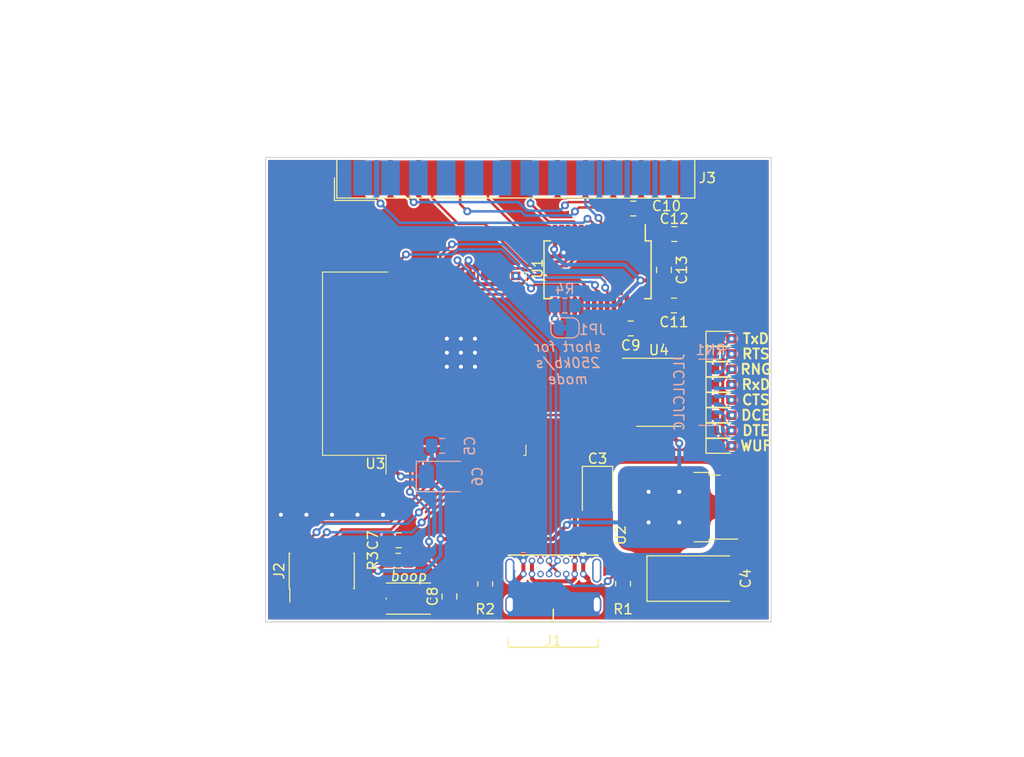
<source format=kicad_pcb>
(kicad_pcb (version 20171130) (host pcbnew 5.1.10)
  (layers (0 F.Cu signal) (31 B.Cu signal) (34 B.Paste user) (35 F.Paste user) (36 B.SilkS user) (37 F.SilkS user) (38 B.Mask user) (39 F.Mask user) (44 Edge.Cuts user))
  (net 0 "")
  (net 1 GND)
  (net 2 VBUS)
  (net 3 +3V3)
  (net 4 "Net-(J1-PadB5)")
  (net 5 /D+)
  (net 6 /D-)
  (net 7 "Net-(J1-PadA5)")
  (net 8 /EN)
  (net 9 /USBSHIELD)
  (net 10 /TDI)
  (net 11 /TDO)
  (net 12 /TCK)
  (net 13 /TMS)
  (net 14 "Net-(C12-Pad2)")
  (net 15 "Net-(C10-Pad2)")
  (net 16 "Net-(C10-Pad1)")
  (net 17 "Net-(C9-Pad2)")
  (net 18 "Net-(C11-Pad1)")
  (net 19 "Net-(C9-Pad1)")
  (net 20 ESP_TxD)
  (net 21 ESP_RxD)
  (net 22 RS232_RING)
  (net 23 RS232_DTE_RDY)
  (net 24 RS232_DCE_RDY)
  (net 25 RS232_RTS)
  (net 26 RS232_CTS)
  (net 27 RS232_TxD)
  (net 28 RS232_RxD)
  (net 29 "Net-(D8-Pad2)")
  (net 30 "Net-(D7-Pad2)")
  (net 31 "Net-(D6-Pad2)")
  (net 32 "Net-(D5-Pad2)")
  (net 33 "Net-(D4-Pad2)")
  (net 34 "Net-(D3-Pad2)")
  (net 35 "Net-(D2-Pad2)")
  (net 36 "Net-(D1-Pad2)")
  (net 37 "Net-(D1-Pad1)")
  (net 38 "Net-(D2-Pad1)")
  (net 39 "Net-(D3-Pad1)")
  (net 40 "Net-(D4-Pad1)")
  (net 41 "Net-(D5-Pad1)")
  (net 42 "Net-(D6-Pad1)")
  (net 43 "Net-(D7-Pad1)")
  (net 44 "Net-(D8-Pad1)")
  (net 45 "Net-(JP1-Pad2)")
  (net 46 ESP_CTS)
  (net 47 ESP_RTS)
  (net 48 ESP_DCE)
  (net 49 ESP_DTE)
  (net 50 ESP_RING)
  (net 51 WOOF)
  (module RF_Module:ESP-WROOM-02 (layer F.Cu) (at 140.295001 96.214999 90)
    (fp_text reference U3 (at -9.957001 -7.961001) (layer F.SilkS))
    (fp_text value ESP-C3-WROOM-02)
    (pad 19 smd rect (at 1.12 0.58 90) (size 4.3 4.3) (layers F.Cu F.Paste F.Mask) (net 1 GND))
    (pad 1 smd rect (at -8.7375 -6 90) (size 0.85 0.9125) (layers F.Cu F.Paste F.Mask) (net 3 +3V3))
    (pad 2 smd rect (at -8.7375 -4.5 90) (size 0.85 0.9125) (layers F.Cu F.Paste F.Mask) (net 8 /EN))
    (pad 3 smd rect (at -8.7375 -3 90) (size 0.85 0.9125) (layers F.Cu F.Paste F.Mask) (net 13 /TMS))
    (pad 4 smd rect (at -8.7375 -1.5 90) (size 0.85 0.9125) (layers F.Cu F.Paste F.Mask) (net 10 /TDI))
    (pad 5 smd rect (at -8.7375 0 90) (size 0.85 0.9125) (layers F.Cu F.Paste F.Mask) (net 12 /TCK))
    (pad 6 smd rect (at -8.7375 1.5 90) (size 0.85 0.9125) (layers F.Cu F.Paste F.Mask) (net 11 /TDO))
    (pad 7 smd rect (at -8.7375 3 90) (size 0.85 0.9125) (layers F.Cu F.Paste F.Mask) (net 51 WOOF))
    (pad 8 smd rect (at -8.7375 4.5 90) (size 0.85 0.9125) (layers F.Cu F.Paste F.Mask))
    (pad 9 smd rect (at -8.7375 6 90) (size 0.85 0.9125) (layers F.Cu F.Paste F.Mask) (net 1 GND))
    (pad 10 smd rect (at 8.7375 6 90) (size 0.85 0.9125) (layers F.Cu F.Paste F.Mask) (net 46 ESP_CTS))
    (pad 11 smd rect (at 8.7375 4.5 90) (size 0.85 0.9125) (layers F.Cu F.Paste F.Mask) (net 21 ESP_RxD))
    (pad 12 smd rect (at 8.7375 3 90) (size 0.85 0.9125) (layers F.Cu F.Paste F.Mask) (net 20 ESP_TxD))
    (pad 13 smd rect (at 8.7375 1.5 90) (size 0.85 0.9125) (layers F.Cu F.Paste F.Mask) (net 6 /D-))
    (pad 14 smd rect (at 8.7375 0 90) (size 0.85 0.9125) (layers F.Cu F.Paste F.Mask) (net 5 /D+))
    (pad 15 smd rect (at 8.7375 -1.5 90) (size 0.85 0.9125) (layers F.Cu F.Paste F.Mask) (net 47 ESP_RTS))
    (pad 16 smd rect (at 8.7375 -3 90) (size 0.85 0.9125) (layers F.Cu F.Paste F.Mask) (net 48 ESP_DCE))
    (pad 17 smd rect (at 8.7375 -4.5 90) (size 0.85 0.9125) (layers F.Cu F.Paste F.Mask) (net 49 ESP_DTE))
    (pad 18 smd rect (at 8.7375 -6 90) (size 0.85 0.9125) (layers F.Cu F.Paste F.Mask) (net 50 ESP_RING))
  )
  (module Capacitor_SMD:C_0805_2012Metric_Pad1.18x1.45mm_HandSolder (layer F.Cu) (at 162.0305 90.424)
    (fp_text reference C11 (at 0 1.651) (layer F.SilkS))
    (fp_text value 1u)
    (pad 2 smd roundrect (at 1.0375 0) (size 1.175 1.45) (layers F.Cu F.Paste F.Mask) (roundrect_rratio 0.212766) (net 1 GND))
    (pad 1 smd roundrect (at -1.0375 0) (size 1.175 1.45) (layers F.Cu F.Paste F.Mask) (roundrect_rratio 0.212766) (net 18 "Net-(C11-Pad1)"))
  )
  (module Capacitor_SMD:C_0805_2012Metric_Pad1.18x1.45mm_HandSolder (layer F.Cu) (at 162.0735 83.312 180)
    (fp_text reference C12 (at 0.0215 1.524) (layer F.SilkS))
    (fp_text value 1u)
    (pad 2 smd roundrect (at 1.0375 0 180) (size 1.175 1.45) (layers F.Cu F.Paste F.Mask) (roundrect_rratio 0.212766) (net 14 "Net-(C12-Pad2)"))
    (pad 1 smd roundrect (at -1.0375 0 180) (size 1.175 1.45) (layers F.Cu F.Paste F.Mask) (roundrect_rratio 0.212766) (net 1 GND))
  )
  (module Capacitor_SMD:C_0805_2012Metric_Pad1.18x1.45mm_HandSolder (layer F.Cu) (at 157.988 80.772 180)
    (fp_text reference C10 (at -3.302 0.254 180) (layer F.SilkS))
    (fp_text value 1u)
    (pad 2 smd roundrect (at 1.0375 0 180) (size 1.175 1.45) (layers F.Cu F.Paste F.Mask) (roundrect_rratio 0.212766) (net 15 "Net-(C10-Pad2)"))
    (pad 1 smd roundrect (at -1.0375 0 180) (size 1.175 1.45) (layers F.Cu F.Paste F.Mask) (roundrect_rratio 0.212766) (net 16 "Net-(C10-Pad1)"))
  )
  (module Capacitor_SMD:C_0805_2012Metric_Pad1.18x1.45mm_HandSolder (layer F.Cu) (at 157.734 92.71 180)
    (fp_text reference C9 (at 0 -1.68) (layer F.SilkS))
    (fp_text value 0.22u)
    (pad 2 smd roundrect (at 1.0375 0 180) (size 1.175 1.45) (layers F.Cu F.Paste F.Mask) (roundrect_rratio 0.212766) (net 17 "Net-(C9-Pad2)"))
    (pad 1 smd roundrect (at -1.0375 0 180) (size 1.175 1.45) (layers F.Cu F.Paste F.Mask) (roundrect_rratio 0.212766) (net 19 "Net-(C9-Pad1)"))
  )
  (module Resistor_SMD:R_0805_2012Metric_Pad1.20x1.40mm_HandSolder (layer B.Cu) (at 151.1775 90.424 180)
    (fp_text reference R4 (at 0 1.65) (layer B.SilkS) (effects (justify mirror)))
    (fp_text value 1k)
    (pad 2 smd roundrect (at 1 0 180) (size 1.2 1.4) (layers B.Cu B.Paste B.Mask) (roundrect_rratio 0.208333) (net 45 "Net-(JP1-Pad2)"))
    (pad 1 smd roundrect (at -1 0 180) (size 1.2 1.4) (layers B.Cu B.Paste B.Mask) (roundrect_rratio 0.208333) (net 3 +3V3))
  )
  (module Jumper:SolderJumper-2_P1.3mm_Bridged_RoundedPad1.0x1.5mm (layer B.Cu) (at 151.1935 92.6465 180)
    (fp_text reference JP1 (at -2.7305 -0.1905 180) (layer B.SilkS) (effects (justify mirror)))
    (fp_text value "short for 250kbit/s" hide)
    (fp_poly (pts (xy 0.25 0.3) (xy -0.25 0.3) (xy -0.25 -0.3) (xy 0.25 -0.3)) (layer B.Cu) (width 0))
    (pad 1 smd custom (at -0.65 0 180) (size 1 0.5) (layers B.Cu B.Mask) (net 1 GND) (options (clearance outline) (anchor rect)) (primitives (gr_circle (center 0 -0.25) (end 0.5 -0.25) (width 0)) (gr_circle (center 0 0.25) (end 0.5 0.25) (width 0)) (gr_poly (pts (xy 0 0.75) (xy 0.5 0.75) (xy 0.5 -0.75) (xy 0 -0.75)) (width 0))))
    (pad 2 smd custom (at 0.65 0 180) (size 1 0.5) (layers B.Cu B.Mask) (net 45 "Net-(JP1-Pad2)") (options (clearance outline) (anchor rect)) (primitives (gr_circle (center 0 -0.25) (end 0.5 -0.25) (width 0)) (gr_circle (center 0 0.25) (end 0.5 0.25) (width 0)) (gr_poly (pts (xy 0 0.75) (xy -0.5 0.75) (xy -0.5 -0.75) (xy 0 -0.75)) (width 0))))
  )
  (module Capacitor_SMD:C_0805_2012Metric_Pad1.18x1.45mm_HandSolder (layer F.Cu) (at 161.036 86.8895 90)
    (fp_text reference C13 (at 0 1.778 90) (layer F.SilkS))
    (fp_text value 0.1u)
    (pad 2 smd roundrect (at 1.0375 0 90) (size 1.175 1.45) (layers F.Cu F.Paste F.Mask) (roundrect_rratio 0.212766) (net 1 GND))
    (pad 1 smd roundrect (at -1.0375 0 90) (size 1.175 1.45) (layers F.Cu F.Paste F.Mask) (roundrect_rratio 0.212766) (net 3 +3V3))
  )
  (module LED_SMD:LED_0603_1608Metric_Pad1.05x0.95mm_HandSolder (layer F.Cu) (at 166.878 96.774)
    (fp_text reference D3 hide)
    (fp_text value LED_Small)
    (pad 2 smd roundrect (at 0.875 0) (size 1.05 0.95) (layers F.Cu F.Paste F.Mask) (net 34 "Net-(D3-Pad2)"))
    (pad 1 smd roundrect (at -0.875 0) (size 1.05 0.95) (layers F.Cu F.Paste F.Mask) (net 39 "Net-(D3-Pad1)"))
  )
  (module LED_SMD:LED_0603_1608Metric_Pad1.05x0.95mm_HandSolder (layer F.Cu) (at 166.878 99.822)
    (fp_text reference D5 hide)
    (fp_text value LED_Small)
    (pad 2 smd roundrect (at 0.875 0) (size 1.05 0.95) (layers F.Cu F.Paste F.Mask) (net 32 "Net-(D5-Pad2)"))
    (pad 1 smd roundrect (at -0.875 0) (size 1.05 0.95) (layers F.Cu F.Paste F.Mask) (net 41 "Net-(D5-Pad1)"))
  )
  (module Resistor_SMD:R_Cat16-8 (layer B.Cu) (at 165.608 99.06 180)
    (fp_text reference RN1 (at -0.07 4.22) (layer B.SilkS) (effects (justify mirror)))
    (fp_text value R_Pack08)
    (pad 10 smd rect (at 0.76 -2) (size 0.76 0.43) (layers B.Cu B.Paste B.Mask) (net 1 GND))
    (pad 9 smd rect (at 0.76 -2.8) (size 0.76 0.43) (layers B.Cu B.Paste B.Mask) (net 1 GND))
    (pad 16 smd rect (at 0.76 2.8) (size 0.76 0.43) (layers B.Cu B.Paste B.Mask) (net 1 GND))
    (pad 15 smd rect (at 0.76 2) (size 0.76 0.43) (layers B.Cu B.Paste B.Mask) (net 1 GND))
    (pad 2 smd rect (at -0.76 2) (size 0.76 0.43) (layers B.Cu B.Paste B.Mask) (net 35 "Net-(D2-Pad2)"))
    (pad 1 smd rect (at -0.76 2.8) (size 0.76 0.43) (layers B.Cu B.Paste B.Mask) (net 36 "Net-(D1-Pad2)"))
    (pad 8 smd rect (at -0.76 -2.8) (size 0.76 0.43) (layers B.Cu B.Paste B.Mask) (net 29 "Net-(D8-Pad2)"))
    (pad 7 smd rect (at -0.76 -2) (size 0.76 0.43) (layers B.Cu B.Paste B.Mask) (net 30 "Net-(D7-Pad2)"))
    (pad 14 smd rect (at 0.76 1.2) (size 0.76 0.43) (layers B.Cu B.Paste B.Mask) (net 1 GND))
    (pad 11 smd rect (at 0.76 -1.2) (size 0.76 0.43) (layers B.Cu B.Paste B.Mask) (net 1 GND))
    (pad 6 smd rect (at -0.76 -1.2) (size 0.76 0.43) (layers B.Cu B.Paste B.Mask) (net 31 "Net-(D6-Pad2)"))
    (pad 3 smd rect (at -0.76 1.2) (size 0.76 0.43) (layers B.Cu B.Paste B.Mask) (net 34 "Net-(D3-Pad2)"))
    (pad 12 smd rect (at 0.76 -0.4) (size 0.76 0.43) (layers B.Cu B.Paste B.Mask) (net 1 GND))
    (pad 5 smd rect (at -0.76 -0.4) (size 0.76 0.43) (layers B.Cu B.Paste B.Mask) (net 32 "Net-(D5-Pad2)"))
    (pad 13 smd rect (at 0.76 0.4) (size 0.76 0.43) (layers B.Cu B.Paste B.Mask) (net 1 GND))
    (pad 4 smd rect (at -0.76 0.4) (size 0.76 0.43) (layers B.Cu B.Paste B.Mask) (net 33 "Net-(D4-Pad2)"))
  )
  (module LED_SMD:LED_0603_1608Metric_Pad1.05x0.95mm_HandSolder (layer F.Cu) (at 166.878 104.394)
    (fp_text reference D8 hide)
    (fp_text value LED_Small)
    (pad 2 smd roundrect (at 0.875 0) (size 1.05 0.95) (layers F.Cu F.Paste F.Mask) (net 29 "Net-(D8-Pad2)"))
    (pad 1 smd roundrect (at -0.875 0) (size 1.05 0.95) (layers F.Cu F.Paste F.Mask) (net 44 "Net-(D8-Pad1)"))
  )
  (module LED_SMD:LED_0603_1608Metric_Pad1.05x0.95mm_HandSolder (layer F.Cu) (at 166.878 102.87)
    (fp_text reference D7 hide)
    (fp_text value LED_Small)
    (pad 2 smd roundrect (at 0.875 0) (size 1.05 0.95) (layers F.Cu F.Paste F.Mask) (net 30 "Net-(D7-Pad2)"))
    (pad 1 smd roundrect (at -0.875 0) (size 1.05 0.95) (layers F.Cu F.Paste F.Mask) (net 43 "Net-(D7-Pad1)"))
  )
  (module LED_SMD:LED_0603_1608Metric_Pad1.05x0.95mm_HandSolder (layer F.Cu) (at 166.878 101.346)
    (fp_text reference D6 hide)
    (fp_text value LED_Small)
    (pad 2 smd roundrect (at 0.875 0) (size 1.05 0.95) (layers F.Cu F.Paste F.Mask) (net 31 "Net-(D6-Pad2)"))
    (pad 1 smd roundrect (at -0.875 0) (size 1.05 0.95) (layers F.Cu F.Paste F.Mask) (net 42 "Net-(D6-Pad1)"))
  )
  (module LED_SMD:LED_0603_1608Metric_Pad1.05x0.95mm_HandSolder (layer F.Cu) (at 166.878 98.298)
    (fp_text reference D4 hide)
    (fp_text value LED_Small)
    (pad 2 smd roundrect (at 0.875 0) (size 1.05 0.95) (layers F.Cu F.Paste F.Mask) (net 33 "Net-(D4-Pad2)"))
    (pad 1 smd roundrect (at -0.875 0) (size 1.05 0.95) (layers F.Cu F.Paste F.Mask) (net 40 "Net-(D4-Pad1)"))
  )
  (module LED_SMD:LED_0603_1608Metric_Pad1.05x0.95mm_HandSolder (layer F.Cu) (at 166.878 95.25)
    (fp_text reference D2 hide)
    (fp_text value LED_Small)
    (pad 2 smd roundrect (at 0.875 0) (size 1.05 0.95) (layers F.Cu F.Paste F.Mask) (net 35 "Net-(D2-Pad2)"))
    (pad 1 smd roundrect (at -0.875 0) (size 1.05 0.95) (layers F.Cu F.Paste F.Mask) (net 38 "Net-(D2-Pad1)"))
  )
  (module LED_SMD:LED_0603_1608Metric_Pad1.05x0.95mm_HandSolder (layer F.Cu) (at 166.878 93.726)
    (fp_text reference D1 hide)
    (fp_text value LED_Small)
    (pad 1 smd roundrect (at -0.875 0) (size 1.05 0.95) (layers F.Cu F.Paste F.Mask) (net 37 "Net-(D1-Pad1)"))
    (pad 2 smd roundrect (at 0.875 0) (size 1.05 0.95) (layers F.Cu F.Paste F.Mask) (net 36 "Net-(D1-Pad2)"))
  )
  (module Package_SO:TSSOP-20_4.4x6.5mm_P0.65mm (layer F.Cu) (at 160.528 99.06)
    (fp_text reference U4 (at 0 -4.2) (layer F.SilkS))
    (fp_text value TLC59211)
    (pad 20 smd roundrect (at 2.8625 -2.925) (size 1.475 0.4) (layers F.Cu F.Paste F.Mask) (net 3 +3V3))
    (pad 19 smd roundrect (at 2.8625 -2.275) (size 1.475 0.4) (layers F.Cu F.Paste F.Mask) (net 37 "Net-(D1-Pad1)"))
    (pad 18 smd roundrect (at 2.8625 -1.625) (size 1.475 0.4) (layers F.Cu F.Paste F.Mask) (net 38 "Net-(D2-Pad1)"))
    (pad 17 smd roundrect (at 2.8625 -0.975) (size 1.475 0.4) (layers F.Cu F.Paste F.Mask) (net 39 "Net-(D3-Pad1)"))
    (pad 16 smd roundrect (at 2.8625 -0.325) (size 1.475 0.4) (layers F.Cu F.Paste F.Mask) (net 40 "Net-(D4-Pad1)"))
    (pad 15 smd roundrect (at 2.8625 0.325) (size 1.475 0.4) (layers F.Cu F.Paste F.Mask) (net 41 "Net-(D5-Pad1)"))
    (pad 14 smd roundrect (at 2.8625 0.975) (size 1.475 0.4) (layers F.Cu F.Paste F.Mask) (net 42 "Net-(D6-Pad1)"))
    (pad 13 smd roundrect (at 2.8625 1.625) (size 1.475 0.4) (layers F.Cu F.Paste F.Mask) (net 43 "Net-(D7-Pad1)"))
    (pad 12 smd roundrect (at 2.8625 2.275) (size 1.475 0.4) (layers F.Cu F.Paste F.Mask) (net 44 "Net-(D8-Pad1)"))
    (pad 11 smd roundrect (at 2.8625 2.925) (size 1.475 0.4) (layers F.Cu F.Paste F.Mask) (net 1 GND))
    (pad 10 smd roundrect (at -2.8625 2.925) (size 1.475 0.4) (layers F.Cu F.Paste F.Mask))
    (pad 9 smd roundrect (at -2.8625 2.275) (size 1.475 0.4) (layers F.Cu F.Paste F.Mask) (net 51 WOOF))
    (pad 8 smd roundrect (at -2.8625 1.625) (size 1.475 0.4) (layers F.Cu F.Paste F.Mask) (net 49 ESP_DTE))
    (pad 7 smd roundrect (at -2.8625 0.975) (size 1.475 0.4) (layers F.Cu F.Paste F.Mask) (net 48 ESP_DCE))
    (pad 6 smd roundrect (at -2.8625 0.325) (size 1.475 0.4) (layers F.Cu F.Paste F.Mask) (net 46 ESP_CTS))
    (pad 5 smd roundrect (at -2.8625 -0.325) (size 1.475 0.4) (layers F.Cu F.Paste F.Mask) (net 21 ESP_RxD))
    (pad 4 smd roundrect (at -2.8625 -0.975) (size 1.475 0.4) (layers F.Cu F.Paste F.Mask) (net 50 ESP_RING))
    (pad 3 smd roundrect (at -2.8625 -1.625) (size 1.475 0.4) (layers F.Cu F.Paste F.Mask) (net 47 ESP_RTS))
    (pad 2 smd roundrect (at -2.8625 -2.275) (size 1.475 0.4) (layers F.Cu F.Paste F.Mask) (net 20 ESP_TxD))
    (pad 1 smd roundrect (at -2.8625 -2.925) (size 1.475 0.4) (layers F.Cu F.Paste F.Mask))
  )
  (module Package_SO:SSOP-28_5.3x10.2mm_P0.65mm (layer F.Cu) (at 154.432 86.868 270)
    (fp_text reference U1 (at -0.127 5.969 90) (layer F.SilkS))
    (fp_text value MAX3237)
    (pad 28 smd rect (at 3.6 -4.225 270) (size 1.75 0.45) (layers F.Cu F.Paste F.Mask) (net 19 "Net-(C9-Pad1)"))
    (pad 27 smd rect (at 3.6 -3.575 270) (size 1.75 0.45) (layers F.Cu F.Paste F.Mask) (net 18 "Net-(C11-Pad1)"))
    (pad 26 smd rect (at 3.6 -2.925 270) (size 1.75 0.45) (layers F.Cu F.Paste F.Mask) (net 3 +3V3))
    (pad 25 smd rect (at 3.6 -2.275 270) (size 1.75 0.45) (layers F.Cu F.Paste F.Mask) (net 17 "Net-(C9-Pad2)"))
    (pad 24 smd rect (at 3.6 -1.625 270) (size 1.75 0.45) (layers F.Cu F.Paste F.Mask) (net 20 ESP_TxD))
    (pad 23 smd rect (at 3.6 -0.975 270) (size 1.75 0.45) (layers F.Cu F.Paste F.Mask) (net 47 ESP_RTS))
    (pad 22 smd rect (at 3.6 -0.325 270) (size 1.75 0.45) (layers F.Cu F.Paste F.Mask) (net 50 ESP_RING))
    (pad 21 smd rect (at 3.6 0.325 270) (size 1.75 0.45) (layers F.Cu F.Paste F.Mask) (net 21 ESP_RxD))
    (pad 20 smd rect (at 3.6 0.975 270) (size 1.75 0.45) (layers F.Cu F.Paste F.Mask) (net 46 ESP_CTS))
    (pad 19 smd rect (at 3.6 1.625 270) (size 1.75 0.45) (layers F.Cu F.Paste F.Mask) (net 48 ESP_DCE))
    (pad 18 smd rect (at 3.6 2.275 270) (size 1.75 0.45) (layers F.Cu F.Paste F.Mask) (net 49 ESP_DTE))
    (pad 17 smd rect (at 3.6 2.925 270) (size 1.75 0.45) (layers F.Cu F.Paste F.Mask))
    (pad 16 smd rect (at 3.6 3.575 270) (size 1.75 0.45) (layers F.Cu F.Paste F.Mask))
    (pad 15 smd rect (at 3.6 4.225 270) (size 1.75 0.45) (layers F.Cu F.Paste F.Mask) (net 45 "Net-(JP1-Pad2)"))
    (pad 14 smd rect (at -3.6 4.225 270) (size 1.75 0.45) (layers F.Cu F.Paste F.Mask) (net 3 +3V3))
    (pad 13 smd rect (at -3.6 3.575 270) (size 1.75 0.45) (layers F.Cu F.Paste F.Mask) (net 1 GND))
    (pad 12 smd rect (at -3.6 2.925 270) (size 1.75 0.45) (layers F.Cu F.Paste F.Mask))
    (pad 11 smd rect (at -3.6 2.275 270) (size 1.75 0.45) (layers F.Cu F.Paste F.Mask) (net 23 RS232_DTE_RDY))
    (pad 10 smd rect (at -3.6 1.625 270) (size 1.75 0.45) (layers F.Cu F.Paste F.Mask) (net 24 RS232_DCE_RDY))
    (pad 9 smd rect (at -3.6 0.975 270) (size 1.75 0.45) (layers F.Cu F.Paste F.Mask) (net 26 RS232_CTS))
    (pad 8 smd rect (at -3.6 0.325 270) (size 1.75 0.45) (layers F.Cu F.Paste F.Mask) (net 28 RS232_RxD))
    (pad 7 smd rect (at -3.6 -0.325 270) (size 1.75 0.45) (layers F.Cu F.Paste F.Mask) (net 22 RS232_RING))
    (pad 6 smd rect (at -3.6 -0.975 270) (size 1.75 0.45) (layers F.Cu F.Paste F.Mask) (net 25 RS232_RTS))
    (pad 5 smd rect (at -3.6 -1.625 270) (size 1.75 0.45) (layers F.Cu F.Paste F.Mask) (net 27 RS232_TxD))
    (pad 4 smd rect (at -3.6 -2.275 270) (size 1.75 0.45) (layers F.Cu F.Paste F.Mask) (net 14 "Net-(C12-Pad2)"))
    (pad 3 smd rect (at -3.6 -2.925 270) (size 1.75 0.45) (layers F.Cu F.Paste F.Mask) (net 15 "Net-(C10-Pad2)"))
    (pad 2 smd rect (at -3.6 -3.575 270) (size 1.75 0.45) (layers F.Cu F.Paste F.Mask) (net 1 GND))
    (pad 1 smd rect (at -3.6 -4.225 270) (size 1.75 0.45) (layers F.Cu F.Paste F.Mask) (net 16 "Net-(C10-Pad1)"))
  )
  (module Connector_Dsub:DSUB-25_Female_EdgeMount_P2.77mm (layer F.Cu) (at 146.304 77.724 180)
    (fp_text reference J3 (at -19.05 0) (layer F.SilkS))
    (fp_text value DB25_Female)
    (pad 25 smd rect (at -15.235 0 180) (size 1.846667 3.48) (layers B.Cu B.Paste B.Mask))
    (pad 24 smd rect (at -12.465 0 180) (size 1.846667 3.48) (layers B.Cu B.Paste B.Mask))
    (pad 23 smd rect (at -9.695 0 180) (size 1.846667 3.48) (layers B.Cu B.Paste B.Mask))
    (pad 22 smd rect (at -6.925 0 180) (size 1.846667 3.48) (layers B.Cu B.Paste B.Mask) (net 22 RS232_RING))
    (pad 21 smd rect (at -4.155 0 180) (size 1.846667 3.48) (layers B.Cu B.Paste B.Mask))
    (pad 20 smd rect (at -1.385 0 180) (size 1.846667 3.48) (layers B.Cu B.Paste B.Mask) (net 23 RS232_DTE_RDY))
    (pad 19 smd rect (at 1.385 0 180) (size 1.846667 3.48) (layers B.Cu B.Paste B.Mask))
    (pad 18 smd rect (at 4.155 0 180) (size 1.846667 3.48) (layers B.Cu B.Paste B.Mask))
    (pad 17 smd rect (at 6.925 0 180) (size 1.846667 3.48) (layers B.Cu B.Paste B.Mask))
    (pad 16 smd rect (at 9.695 0 180) (size 1.846667 3.48) (layers B.Cu B.Paste B.Mask))
    (pad 15 smd rect (at 12.465 0 180) (size 1.846667 3.48) (layers B.Cu B.Paste B.Mask))
    (pad 14 smd rect (at 15.235 0 180) (size 1.846667 3.48) (layers B.Cu B.Paste B.Mask))
    (pad 13 smd rect (at -16.62 0 180) (size 1.846667 3.48) (layers F.Cu F.Paste F.Mask))
    (pad 12 smd rect (at -13.85 0 180) (size 1.846667 3.48) (layers F.Cu F.Paste F.Mask))
    (pad 11 smd rect (at -11.08 0 180) (size 1.846667 3.48) (layers F.Cu F.Paste F.Mask))
    (pad 10 smd rect (at -8.31 0 180) (size 1.846667 3.48) (layers F.Cu F.Paste F.Mask))
    (pad 9 smd rect (at -5.54 0 180) (size 1.846667 3.48) (layers F.Cu F.Paste F.Mask))
    (pad 8 smd rect (at -2.77 0 180) (size 1.846667 3.48) (layers F.Cu F.Paste F.Mask))
    (pad 7 smd rect (at 0 0 180) (size 1.846667 3.48) (layers F.Cu F.Paste F.Mask) (net 1 GND))
    (pad 6 smd rect (at 2.77 0 180) (size 1.846667 3.48) (layers F.Cu F.Paste F.Mask) (net 24 RS232_DCE_RDY))
    (pad 5 smd rect (at 5.54 0 180) (size 1.846667 3.48) (layers F.Cu F.Paste F.Mask) (net 25 RS232_RTS))
    (pad 4 smd rect (at 8.31 0 180) (size 1.846667 3.48) (layers F.Cu F.Paste F.Mask) (net 26 RS232_CTS))
    (pad 3 smd rect (at 11.08 0 180) (size 1.846667 3.48) (layers F.Cu F.Paste F.Mask) (net 27 RS232_TxD))
    (pad 2 smd rect (at 13.85 0 180) (size 1.846667 3.48) (layers F.Cu F.Paste F.Mask) (net 28 RS232_RxD))
    (pad 1 smd rect (at 16.62 0 180) (size 1.846667 3.48) (layers F.Cu F.Paste F.Mask) (net 1 GND))
  )
  (module Connector_PinHeader_1.27mm:PinHeader_2x05_P1.27mm_Vertical_SMD (layer F.Cu) (at 127 116.84 90)
    (fp_text reference J2 (at 0 -4.235 90) (layer F.SilkS))
    (fp_text value Conn_ARM_JTAG_SWD_10)
    (pad 10 smd rect (at 1.95 2.54 90) (size 2.4 0.74) (layers F.Cu F.Paste F.Mask))
    (pad 9 smd rect (at -1.95 2.54 90) (size 2.4 0.74) (layers F.Cu F.Paste F.Mask))
    (pad 8 smd rect (at 1.95 1.27 90) (size 2.4 0.74) (layers F.Cu F.Paste F.Mask) (net 10 /TDI))
    (pad 7 smd rect (at -1.95 1.27 90) (size 2.4 0.74) (layers F.Cu F.Paste F.Mask))
    (pad 6 smd rect (at 1.95 0 90) (size 2.4 0.74) (layers F.Cu F.Paste F.Mask) (net 11 /TDO))
    (pad 5 smd rect (at -1.95 0 90) (size 2.4 0.74) (layers F.Cu F.Paste F.Mask) (net 1 GND))
    (pad 4 smd rect (at 1.95 -1.27 90) (size 2.4 0.74) (layers F.Cu F.Paste F.Mask) (net 12 /TCK))
    (pad 3 smd rect (at -1.95 -1.27 90) (size 2.4 0.74) (layers F.Cu F.Paste F.Mask) (net 1 GND))
    (pad 2 smd rect (at 1.95 -2.54 90) (size 2.4 0.74) (layers F.Cu F.Paste F.Mask) (net 13 /TMS))
    (pad 1 smd rect (at -1.95 -2.54 90) (size 2.4 0.74) (layers F.Cu F.Paste F.Mask) (net 3 +3V3))
  )
  (module feet:USB_C_GCT_USB4085 (layer F.Cu) (at 150.031 121.924)
    (fp_text reference J1 (at 0 1.85) (layer F.SilkS))
    (fp_text value USB_C_Receptacle_USB2.0)
    (pad S1 thru_hole oval (at 4.325 -1.74) (size 0.9 1.7) (drill oval 0.6 1.4) (layers *.Cu *.Mask) (net 9 /USBSHIELD))
    (pad S1 thru_hole oval (at -4.325 -1.74) (size 0.9 1.7) (drill oval 0.6 1.4) (layers *.Cu *.Mask) (net 9 /USBSHIELD))
    (pad S1 thru_hole oval (at 4.325 -5.12) (size 0.9 2.4) (drill oval 0.6 2.1) (layers *.Cu *.Mask) (net 9 /USBSHIELD))
    (pad S1 thru_hole oval (at -4.325 -5.12) (size 0.9 2.4) (drill oval 0.6 2.1) (layers *.Cu *.Mask) (net 9 /USBSHIELD))
    (pad B1 thru_hole circle (at 2.98 -4.775) (size 0.65 0.65) (drill 0.4) (layers *.Cu *.Mask) (net 1 GND))
    (pad B4 thru_hole circle (at 2.13 -4.775) (size 0.65 0.65) (drill 0.4) (layers *.Cu *.Mask) (net 2 VBUS))
    (pad B5 thru_hole circle (at 1.28 -4.775) (size 0.65 0.65) (drill 0.4) (layers *.Cu *.Mask) (net 4 "Net-(J1-PadB5)"))
    (pad B6 thru_hole circle (at 0.43 -4.775) (size 0.65 0.65) (drill 0.4) (layers *.Cu *.Mask) (net 5 /D+))
    (pad B7 thru_hole circle (at -0.42 -4.775) (size 0.65 0.65) (drill 0.4) (layers *.Cu *.Mask) (net 6 /D-))
    (pad B8 thru_hole circle (at -1.27 -4.775) (size 0.65 0.65) (drill 0.4) (layers *.Cu *.Mask))
    (pad B9 thru_hole circle (at -2.12 -4.775) (size 0.65 0.65) (drill 0.4) (layers *.Cu *.Mask) (net 2 VBUS))
    (pad B12 thru_hole circle (at -2.975 -4.775) (size 0.65 0.65) (drill 0.4) (layers *.Cu *.Mask) (net 1 GND))
    (pad A12 thru_hole circle (at 2.975 -6.1) (size 0.65 0.65) (drill 0.4) (layers *.Cu *.Mask) (net 1 GND))
    (pad A9 thru_hole circle (at 2.125 -6.1) (size 0.65 0.65) (drill 0.4) (layers *.Cu *.Mask) (net 2 VBUS))
    (pad A8 thru_hole circle (at 1.275 -6.1) (size 0.65 0.65) (drill 0.4) (layers *.Cu *.Mask))
    (pad A7 thru_hole circle (at 0.425 -6.1) (size 0.65 0.65) (drill 0.4) (layers *.Cu *.Mask) (net 6 /D-))
    (pad A6 thru_hole circle (at -0.425 -6.1) (size 0.65 0.65) (drill 0.4) (layers *.Cu *.Mask) (net 5 /D+))
    (pad A4 thru_hole circle (at -2.125 -6.1) (size 0.65 0.65) (drill 0.4) (layers *.Cu *.Mask) (net 2 VBUS))
    (pad A1 thru_hole circle (at -2.975 -6.1) (size 0.65 0.65) (drill 0.4) (layers *.Cu *.Mask) (net 1 GND))
    (pad A5 thru_hole circle (at -1.275 -6.1) (size 0.65 0.65) (drill 0.4) (layers *.Cu *.Mask) (net 7 "Net-(J1-PadA5)"))
  )
  (module Button_Switch_SMD:SW_Push_1P1T_NO_CK_KMR2 (layer F.Cu) (at 135.618 119.596 180)
    (fp_text reference SW1 hide)
    (fp_text value push)
    (pad 2 smd rect (at 2.05 0.8 180) (size 0.9 1) (layers F.Cu F.Paste F.Mask) (net 1 GND))
    (pad 1 smd rect (at 2.05 -0.8 180) (size 0.9 1) (layers F.Cu F.Paste F.Mask) (net 8 /EN))
    (pad 2 smd rect (at -2.05 0.8 180) (size 0.9 1) (layers F.Cu F.Paste F.Mask) (net 1 GND))
    (pad 1 smd rect (at -2.05 -0.8 180) (size 0.9 1) (layers F.Cu F.Paste F.Mask) (net 8 /EN))
  )
  (module Capacitor_SMD:C_0805_2012Metric_Pad1.18x1.45mm_HandSolder (layer F.Cu) (at 139.7 119.38 90)
    (fp_text reference C8 (at 0 -1.68 90) (layer F.SilkS))
    (fp_text value 1u)
    (pad 2 smd roundrect (at 1.0375 0 90) (size 1.175 1.45) (layers F.Cu F.Paste F.Mask) (roundrect_rratio 0.212766) (net 1 GND))
    (pad 1 smd roundrect (at -1.0375 0 90) (size 1.175 1.45) (layers F.Cu F.Paste F.Mask) (roundrect_rratio 0.212766) (net 8 /EN))
  )
  (module Capacitor_SMD:C_0805_2012Metric_Pad1.18x1.45mm_HandSolder (layer F.Cu) (at 134.6415 113.792)
    (fp_text reference C7 (at -2.5615 0 90) (layer F.SilkS))
    (fp_text value 1u)
    (pad 2 smd roundrect (at 1.0375 0) (size 1.175 1.45) (layers F.Cu F.Paste F.Mask) (roundrect_rratio 0.212766) (net 1 GND))
    (pad 1 smd roundrect (at -1.0375 0) (size 1.175 1.45) (layers F.Cu F.Paste F.Mask) (roundrect_rratio 0.212766) (net 8 /EN))
  )
  (module Capacitor_SMD:C_0805_2012Metric_Pad1.18x1.45mm_HandSolder (layer B.Cu) (at 138.9595 104.394)
    (fp_text reference C5 (at 2.7725 0 90) (layer B.SilkS) (effects (justify mirror)))
    (fp_text value 0.1u)
    (pad 2 smd roundrect (at 1.0375 0) (size 1.175 1.45) (layers B.Cu B.Paste B.Mask) (roundrect_rratio 0.212766) (net 1 GND))
    (pad 1 smd roundrect (at -1.0375 0) (size 1.175 1.45) (layers B.Cu B.Paste B.Mask) (roundrect_rratio 0.212766) (net 3 +3V3))
  )
  (module Package_TO_SOT_SMD:TO-252-3_TabPin2 (layer F.Cu) (at 163.068 110.49 180)
    (fp_text reference U2 (at 6.35 -2.794 90) (layer F.SilkS))
    (fp_text value TLV1117-33)
    (pad 2 smd rect (at 2.1 0 180) (size 6.4 5.8) (layers F.Cu F.Mask) (net 3 +3V3))
    (pad 3 smd rect (at -4.2 2.28 180) (size 2.2 1.2) (layers F.Cu F.Paste F.Mask) (net 2 VBUS))
    (pad 2 smd rect (at -4.2 0 180) (size 2.2 1.2) (layers F.Cu F.Paste F.Mask) (net 3 +3V3))
    (pad 1 smd rect (at -4.2 -2.28 180) (size 2.2 1.2) (layers F.Cu F.Paste F.Mask) (net 1 GND))
  )
  (module Resistor_SMD:R_0805_2012Metric_Pad1.20x1.40mm_HandSolder (layer F.Cu) (at 134.604 115.824)
    (fp_text reference R3 (at -2.524 0 90) (layer F.SilkS))
    (fp_text value 10k)
    (pad 2 smd roundrect (at 1 0) (size 1.2 1.4) (layers F.Cu F.Paste F.Mask) (roundrect_rratio 0.208333) (net 8 /EN))
    (pad 1 smd roundrect (at -1 0) (size 1.2 1.4) (layers F.Cu F.Paste F.Mask) (roundrect_rratio 0.208333) (net 3 +3V3))
  )
  (module Resistor_SMD:R_0805_2012Metric_Pad1.20x1.40mm_HandSolder (layer F.Cu) (at 143.256 118.126 270)
    (fp_text reference R2 (at 2.524 0 180) (layer F.SilkS))
    (fp_text value 5.1k)
    (pad 1 smd roundrect (at -1 0 270) (size 1.2 1.4) (layers F.Cu F.Paste F.Mask) (roundrect_rratio 0.208333) (net 7 "Net-(J1-PadA5)"))
    (pad 2 smd roundrect (at 1 0 270) (size 1.2 1.4) (layers F.Cu F.Paste F.Mask) (roundrect_rratio 0.208333) (net 1 GND))
  )
  (module Resistor_SMD:R_0805_2012Metric_Pad1.20x1.40mm_HandSolder (layer F.Cu) (at 156.972 118.11 270)
    (fp_text reference R1 (at 2.54 0 180) (layer F.SilkS))
    (fp_text value 5.1k)
    (pad 2 smd roundrect (at 1 0 270) (size 1.2 1.4) (layers F.Cu F.Paste F.Mask) (roundrect_rratio 0.208333) (net 1 GND))
    (pad 1 smd roundrect (at -1 0 270) (size 1.2 1.4) (layers F.Cu F.Paste F.Mask) (roundrect_rratio 0.208333) (net 4 "Net-(J1-PadB5)"))
  )
  (module Capacitor_Tantalum_SMD:CP_EIA-3528-12_Kemet-T_Pad1.50x2.35mm_HandSolder (layer B.Cu) (at 139.039 107.442)
    (fp_text reference C6 (at 3.455 0 90) (layer B.SilkS) (effects (justify mirror)))
    (fp_text value 10u)
    (pad 1 smd roundrect (at -1.625 0) (size 1.5 2.35) (layers B.Cu B.Paste B.Mask) (roundrect_rratio 0.166667) (net 3 +3V3))
    (pad 2 smd roundrect (at 1.625 0) (size 1.5 2.35) (layers B.Cu B.Paste B.Mask) (roundrect_rratio 0.166667) (net 1 GND))
  )
  (module Capacitor_Tantalum_SMD:CP_EIA-7343-31_Kemet-D_Pad2.25x2.55mm_HandSolder (layer F.Cu) (at 163.932 117.602)
    (fp_text reference C4 (at 5.232 0 90) (layer F.SilkS))
    (fp_text value 100u)
    (pad 2 smd roundrect (at 3.2 0) (size 2.25 2.55) (layers F.Cu F.Paste F.Mask) (roundrect_rratio 0.111111) (net 1 GND))
    (pad 1 smd roundrect (at -3.2 0) (size 2.25 2.55) (layers F.Cu F.Paste F.Mask) (roundrect_rratio 0.111111) (net 3 +3V3))
  )
  (module Capacitor_Tantalum_SMD:CP_EIA-3528-12_Kemet-T_Pad1.50x2.35mm_HandSolder (layer F.Cu) (at 154.432 109.067 270)
    (fp_text reference C3 (at -3.403 0 180) (layer F.SilkS))
    (fp_text value 10u)
    (pad 2 smd roundrect (at 1.625 0 270) (size 1.5 2.35) (layers F.Cu F.Paste F.Mask) (roundrect_rratio 0.166667) (net 1 GND))
    (pad 1 smd roundrect (at -1.625 0 270) (size 1.5 2.35) (layers F.Cu F.Paste F.Mask) (roundrect_rratio 0.166667) (net 2 VBUS))
  )
  (gr_text boop (at 135.636 117.348) (layer F.SilkS) (effects (font (size 1 1) (thickness 0.15) italic)))
  (gr_text JLCJLCJLC (at 162.56 99.06 90) (layer B.SilkS) (effects (font (size 1 1)) (justify mirror)))
  (gr_text WUF (at 170.18 104.394) (layer F.SilkS) (effects (font (size 1 1) (thickness 0.2))))
  (gr_text DTE (at 170.18 102.87) (layer F.SilkS) (effects (font (size 1 1) (thickness 0.2))))
  (gr_text DCE (at 170.18 101.346) (layer F.SilkS) (effects (font (size 1 1) (thickness 0.2))))
  (gr_text CTS (at 170.18 99.822) (layer F.SilkS) (effects (font (size 1 1) (thickness 0.2))))
  (gr_text RxD (at 170.18 98.298) (layer F.SilkS) (effects (font (size 1 1) (thickness 0.2))))
  (gr_text RNG (at 170.18 96.774) (layer F.SilkS) (effects (font (size 1 1) (thickness 0.2))))
  (gr_text RTS (at 170.18 95.25) (layer F.SilkS) (effects (font (size 1 1) (thickness 0.2))))
  (gr_text TxD (at 170.18 93.726) (layer F.SilkS) (effects (font (size 1 1) (thickness 0.2))))
  (gr_text "short for\n250kb/s\nmode" (at 151.511 96.139) (layer B.SilkS) (effects (font (size 1 1) (thickness 0.15) italic) (justify mirror)))
  (gr_line (start 171.704 75.692) (end 171.704 121.92) (layer Edge.Cuts) (width 0.1))
  (gr_line (start 121.412 75.692) (end 171.704 75.692) (layer Edge.Cuts) (width 0.1))
  (gr_line (start 121.412 121.92) (end 121.412 75.692) (layer Edge.Cuts) (width 0.1))
  (gr_line (start 171.704 121.92) (end 121.412 121.92) (layer Edge.Cuts) (width 0.1))
  (via (at 162.56 112.014) (size 0.8) (drill 0.4) (layers F.Cu B.Cu) (net 3))
  (via (at 159.512 112.014) (size 0.8) (drill 0.4) (layers F.Cu B.Cu) (net 3))
  (via (at 142.24 95.123) (size 0.8) (drill 0.4) (layers F.Cu B.Cu) (net 1))
  (via (at 140.843 95.123) (size 0.8) (drill 0.4) (layers F.Cu B.Cu) (net 1))
  (via (at 139.446 95.123) (size 0.8) (drill 0.4) (layers F.Cu B.Cu) (net 1))
  (via (at 140.843 93.726) (size 0.8) (drill 0.4) (layers F.Cu B.Cu) (net 1))
  (via (at 140.843 96.52) (size 0.8) (drill 0.4) (layers F.Cu B.Cu) (net 1))
  (via (at 139.446 93.726) (size 0.8) (drill 0.4) (layers F.Cu B.Cu) (net 1))
  (via (at 142.24 93.726) (size 0.8) (drill 0.4) (layers F.Cu B.Cu) (net 1))
  (via (at 142.24 96.52) (size 0.8) (drill 0.4) (layers F.Cu B.Cu) (net 1))
  (via (at 139.446 96.52) (size 0.8) (drill 0.4) (layers F.Cu B.Cu) (net 1))
  (segment (start 147.056 117.149) (end 147.056 115.824) (width 0.4) (layer F.Cu) (net 1))
  (segment (start 153.006 117.144) (end 153.011 117.149) (width 0.4) (layer F.Cu) (net 1))
  (segment (start 153.006 115.824) (end 153.006 117.144) (width 0.4) (layer F.Cu) (net 1))
  (segment (start 150.857 84.38993) (end 151.060553 84.593483) (width 0.4) (layer F.Cu) (net 1))
  (via (at 151.060553 85.159168) (size 0.8) (drill 0.4) (layers F.Cu B.Cu) (net 1))
  (segment (start 150.857 83.268) (end 150.857 84.38993) (width 0.4) (layer F.Cu) (net 1))
  (segment (start 151.060553 84.593483) (end 151.060553 85.159168) (width 0.4) (layer F.Cu) (net 1))
  (via (at 122.936 111.252) (size 0.8) (drill 0.4) (layers F.Cu B.Cu) (net 1))
  (via (at 125.476 111.252) (size 0.8) (drill 0.4) (layers F.Cu B.Cu) (net 1))
  (via (at 128.016 111.252) (size 0.8) (drill 0.4) (layers F.Cu B.Cu) (net 1))
  (via (at 130.556 111.252) (size 0.8) (drill 0.4) (layers F.Cu B.Cu) (net 1))
  (via (at 133.096 111.252) (size 0.8) (drill 0.4) (layers F.Cu B.Cu) (net 1))
  (segment (start 147.906 117.144) (end 147.911 117.149) (width 0.4) (layer F.Cu) (net 2))
  (segment (start 147.906 115.824) (end 147.906 117.144) (width 0.4) (layer F.Cu) (net 2))
  (segment (start 152.161 117.608619) (end 152.161 117.149) (width 0.4) (layer F.Cu) (net 2))
  (segment (start 151.895618 117.874001) (end 152.161 117.608619) (width 0.4) (layer F.Cu) (net 2))
  (segment (start 148.176382 117.874001) (end 151.895618 117.874001) (width 0.4) (layer F.Cu) (net 2))
  (segment (start 147.911 117.608619) (end 148.176382 117.874001) (width 0.4) (layer F.Cu) (net 2))
  (segment (start 147.911 117.149) (end 147.911 117.608619) (width 0.4) (layer F.Cu) (net 2))
  (segment (start 152.156 117.144) (end 152.161 117.149) (width 0.4) (layer F.Cu) (net 2))
  (segment (start 152.156 115.824) (end 152.156 117.144) (width 0.4) (layer F.Cu) (net 2))
  (segment (start 152.184001 109.689999) (end 154.432 107.442) (width 0.4) (layer F.Cu) (net 2))
  (segment (start 152.156 115.824) (end 152.184001 115.795999) (width 0.4) (layer F.Cu) (net 2))
  (segment (start 152.184001 115.795999) (end 152.184001 109.689999) (width 0.4) (layer F.Cu) (net 2))
  (via (at 162.56 108.966) (size 0.8) (drill 0.4) (layers F.Cu B.Cu) (net 3))
  (via (at 159.512 108.966) (size 0.8) (drill 0.4) (layers F.Cu B.Cu) (net 3))
  (segment (start 133.604 115.824) (end 132.588 116.84) (width 0.4) (layer F.Cu) (net 3))
  (segment (start 132.588 116.84) (end 124.968 116.84) (width 0.4) (layer F.Cu) (net 3))
  (segment (start 124.46 117.348) (end 124.46 118.79) (width 0.4) (layer F.Cu) (net 3))
  (segment (start 124.968 116.84) (end 124.46 117.348) (width 0.4) (layer F.Cu) (net 3))
  (via (at 134.874 107.442) (size 0.8) (drill 0.4) (layers F.Cu B.Cu) (net 3))
  (segment (start 134.295001 106.863001) (end 134.874 107.442) (width 0.4) (layer F.Cu) (net 3))
  (segment (start 134.295001 104.952499) (end 134.295001 106.863001) (width 0.4) (layer F.Cu) (net 3))
  (segment (start 134.874 107.442) (end 137.414 107.442) (width 0.4) (layer B.Cu) (net 3))
  (via (at 132.588 116.84) (size 0.8) (drill 0.4) (layers F.Cu B.Cu) (net 3))
  (segment (start 132.588 116.84) (end 137.287 116.84) (width 0.4) (layer B.Cu) (net 3))
  (segment (start 137.287 116.84) (end 138.811 115.316) (width 0.4) (layer B.Cu) (net 3))
  (segment (start 138.811 108.839) (end 137.414 107.442) (width 0.4) (layer B.Cu) (net 3))
  (segment (start 137.922 104.394) (end 137.922 105.791) (width 0.4) (layer B.Cu) (net 3))
  (segment (start 137.414 107.442) (end 137.414 106.299) (width 0.4) (layer B.Cu) (net 3))
  (segment (start 137.414 106.299) (end 137.922 105.791) (width 0.4) (layer B.Cu) (net 3))
  (segment (start 138.811 112.141) (end 138.811 108.839) (width 0.4) (layer B.Cu) (net 3))
  (via (at 151.384 112.268) (size 0.8) (drill 0.4) (layers F.Cu B.Cu) (net 3))
  (segment (start 159.512 112.014) (end 151.638 112.014) (width 0.4) (layer B.Cu) (net 3))
  (segment (start 151.638 112.014) (end 151.384 112.268) (width 0.4) (layer B.Cu) (net 3))
  (via (at 138.811 113.665) (size 0.8) (drill 0.4) (layers F.Cu B.Cu) (net 3))
  (segment (start 149.987 113.665) (end 138.811 113.665) (width 0.4) (layer F.Cu) (net 3))
  (segment (start 151.384 112.268) (end 149.987 113.665) (width 0.4) (layer F.Cu) (net 3))
  (segment (start 138.811 113.665) (end 138.811 112.141) (width 0.4) (layer B.Cu) (net 3))
  (segment (start 138.811 115.316) (end 138.811 113.665) (width 0.4) (layer B.Cu) (net 3))
  (segment (start 163.3905 96.135) (end 162.595876 96.135) (width 0.4) (layer F.Cu) (net 3))
  (via (at 162.56 104.14) (size 0.8) (drill 0.4) (layers F.Cu B.Cu) (net 3))
  (segment (start 162.56 108.966) (end 162.56 104.14) (width 0.4) (layer B.Cu) (net 3))
  (segment (start 162.595876 96.135) (end 162.160001 96.570875) (width 0.4) (layer F.Cu) (net 3))
  (segment (start 162.160001 96.570875) (end 162.160001 103.740001) (width 0.4) (layer F.Cu) (net 3))
  (segment (start 162.160001 103.740001) (end 162.56 104.14) (width 0.4) (layer F.Cu) (net 3))
  (segment (start 161.036 87.927) (end 158.707 87.927) (width 0.4) (layer F.Cu) (net 3))
  (segment (start 157.357 89.277) (end 157.357 90.468) (width 0.4) (layer F.Cu) (net 3))
  (segment (start 158.707 87.927) (end 157.357 89.277) (width 0.4) (layer F.Cu) (net 3))
  (segment (start 160.464744 96.135) (end 163.3905 96.135) (width 0.4) (layer F.Cu) (net 3))
  (segment (start 157.78399 93.454246) (end 160.464744 96.135) (width 0.4) (layer F.Cu) (net 3))
  (segment (start 157.78399 92.065734) (end 157.78399 93.454246) (width 0.4) (layer F.Cu) (net 3))
  (segment (start 157.357 91.638744) (end 157.78399 92.065734) (width 0.4) (layer F.Cu) (net 3))
  (segment (start 157.357 90.468) (end 157.357 91.638744) (width 0.4) (layer F.Cu) (net 3))
  (via (at 150.114 84.836) (size 0.8) (drill 0.4) (layers F.Cu B.Cu) (net 3))
  (segment (start 150.207 84.743) (end 150.114 84.836) (width 0.4) (layer F.Cu) (net 3))
  (segment (start 150.207 83.268) (end 150.207 84.743) (width 0.4) (layer F.Cu) (net 3))
  (segment (start 150.114 84.836) (end 150.114 85.344) (width 0.4) (layer B.Cu) (net 3))
  (segment (start 150.114 85.344) (end 151.13 86.36) (width 0.4) (layer B.Cu) (net 3))
  (via (at 158.707 87.927) (size 0.8) (drill 0.4) (layers F.Cu B.Cu) (net 3))
  (segment (start 157.14 86.36) (end 158.707 87.927) (width 0.4) (layer B.Cu) (net 3))
  (segment (start 151.13 86.36) (end 157.14 86.36) (width 0.4) (layer B.Cu) (net 3))
  (segment (start 156.21 90.424) (end 158.707 87.927) (width 0.4) (layer B.Cu) (net 3))
  (segment (start 152.1775 90.424) (end 156.21 90.424) (width 0.4) (layer B.Cu) (net 3))
  (via (at 155.448 117.856) (size 0.8) (drill 0.4) (layers F.Cu B.Cu) (net 4))
  (segment (start 154.97499 118.32901) (end 155.448 117.856) (width 0.25) (layer B.Cu) (net 4))
  (segment (start 152.031391 118.32901) (end 154.97499 118.32901) (width 0.25) (layer B.Cu) (net 4))
  (segment (start 151.311 117.608619) (end 152.031391 118.32901) (width 0.25) (layer B.Cu) (net 4))
  (segment (start 151.311 117.149) (end 151.311 117.608619) (width 0.25) (layer B.Cu) (net 4))
  (segment (start 156.194 117.11) (end 156.972 117.11) (width 0.25) (layer F.Cu) (net 4))
  (segment (start 155.448 117.856) (end 156.194 117.11) (width 0.25) (layer F.Cu) (net 4))
  (segment (start 149.606 115.824) (end 149.606 116.078) (width 0.25) (layer F.Cu) (net 5))
  (segment (start 150.461 116.933) (end 150.461 117.149) (width 0.25) (layer F.Cu) (net 5))
  (segment (start 149.606 116.078) (end 150.461 116.933) (width 0.25) (layer F.Cu) (net 5))
  (segment (start 140.770001 86.318123) (end 140.770001 86.199111) (width 0.25) (layer F.Cu) (net 5))
  (segment (start 140.770001 86.199111) (end 140.495001 85.924111) (width 0.25) (layer F.Cu) (net 5))
  (segment (start 149.756 115.674) (end 149.606 115.824) (width 0.25) (layer B.Cu) (net 5))
  (segment (start 149.756 95.18511) (end 149.756 115.674) (width 0.25) (layer B.Cu) (net 5))
  (segment (start 140.495001 85.924111) (end 149.756 95.18511) (width 0.25) (layer B.Cu) (net 5))
  (via (at 140.495001 85.924111) (size 0.8) (drill 0.4) (layers F.Cu B.Cu) (net 5))
  (segment (start 140.295001 87.477499) (end 140.295001 86.793123) (width 0.25) (layer F.Cu) (net 5))
  (segment (start 140.295001 86.793123) (end 140.770001 86.318123) (width 0.25) (layer F.Cu) (net 5))
  (segment (start 149.611 117.149) (end 149.611 116.835) (width 0.25) (layer B.Cu) (net 6))
  (segment (start 150.456 115.99) (end 150.456 115.824) (width 0.25) (layer B.Cu) (net 6))
  (segment (start 149.611 116.835) (end 150.456 115.99) (width 0.25) (layer B.Cu) (net 6))
  (segment (start 144.683329 89.260324) (end 144.688906 89.26301) (width 0.25) (layer B.Cu) (net 6))
  (segment (start 144.688906 89.26301) (end 144.693744 89.266868) (width 0.25) (layer B.Cu) (net 6))
  (segment (start 145.012072 89.586176) (end 145.014756 89.591751) (width 0.25) (layer B.Cu) (net 6))
  (segment (start 145.014757 89.610007) (end 145.012071 89.615582) (width 0.25) (layer B.Cu) (net 6))
  (segment (start 145.012071 89.615582) (end 145.008213 89.62042) (width 0.25) (layer B.Cu) (net 6))
  (segment (start 144.962583 89.688172) (end 144.965268 89.693748) (width 0.25) (layer B.Cu) (net 6))
  (segment (start 144.988669 89.639961) (end 144.969126 89.659503) (width 0.25) (layer B.Cu) (net 6))
  (segment (start 144.969126 89.659503) (end 144.965268 89.664341) (width 0.25) (layer B.Cu) (net 6))
  (segment (start 144.659498 89.263009) (end 144.665075 89.260325) (width 0.25) (layer B.Cu) (net 6))
  (segment (start 144.965268 89.664341) (end 144.962583 89.669917) (width 0.25) (layer B.Cu) (net 6))
  (segment (start 144.962583 89.669917) (end 144.961206 89.67595) (width 0.25) (layer B.Cu) (net 6))
  (segment (start 144.961206 89.67595) (end 144.961206 89.682139) (width 0.25) (layer B.Cu) (net 6))
  (segment (start 144.965268 89.693748) (end 144.969126 89.698586) (width 0.25) (layer B.Cu) (net 6))
  (segment (start 144.969126 89.698586) (end 145.283596 90.013056) (width 0.25) (layer B.Cu) (net 6))
  (segment (start 145.317841 90.016914) (end 145.327518 90.009196) (width 0.25) (layer B.Cu) (net 6))
  (segment (start 145.300043 90.020976) (end 145.306232 90.020976) (width 0.25) (layer B.Cu) (net 6))
  (segment (start 145.016133 89.597784) (end 145.016134 89.603974) (width 0.25) (layer B.Cu) (net 6))
  (segment (start 145.306232 90.020976) (end 145.312265 90.019599) (width 0.25) (layer B.Cu) (net 6))
  (segment (start 144.961206 89.682139) (end 144.962583 89.688172) (width 0.25) (layer B.Cu) (net 6))
  (segment (start 145.312265 90.019599) (end 145.317841 90.016914) (width 0.25) (layer B.Cu) (net 6))
  (segment (start 145.327518 90.009196) (end 145.333093 90.006511) (width 0.25) (layer B.Cu) (net 6))
  (segment (start 145.008214 89.581338) (end 145.012072 89.586176) (width 0.25) (layer B.Cu) (net 6))
  (segment (start 145.283596 90.013056) (end 145.288434 90.016914) (width 0.25) (layer B.Cu) (net 6))
  (segment (start 150.306 94.957292) (end 150.306 115.674) (width 0.25) (layer B.Cu) (net 6))
  (segment (start 144.264212 88.916484) (end 144.266897 88.92206) (width 0.25) (layer B.Cu) (net 6))
  (segment (start 145.356924 90.009196) (end 145.361762 90.013055) (width 0.25) (layer B.Cu) (net 6))
  (segment (start 150.306 115.674) (end 150.456 115.824) (width 0.25) (layer B.Cu) (net 6))
  (segment (start 145.008213 89.62042) (end 144.988671 89.639963) (width 0.25) (layer B.Cu) (net 6))
  (segment (start 144.579661 89.30814) (end 144.585237 89.310825) (width 0.25) (layer B.Cu) (net 6))
  (segment (start 144.264212 88.94589) (end 144.256494 88.955568) (width 0.25) (layer B.Cu) (net 6))
  (segment (start 144.988671 89.639963) (end 144.988669 89.639961) (width 0.25) (layer B.Cu) (net 6))
  (segment (start 145.014756 89.591751) (end 145.016133 89.597784) (width 0.25) (layer B.Cu) (net 6))
  (segment (start 144.597459 89.312202) (end 144.603492 89.310825) (width 0.25) (layer B.Cu) (net 6))
  (segment (start 144.268274 88.928093) (end 144.268274 88.934281) (width 0.25) (layer B.Cu) (net 6))
  (segment (start 144.268274 88.934281) (end 144.266897 88.940315) (width 0.25) (layer B.Cu) (net 6))
  (segment (start 145.351348 90.006511) (end 145.356924 90.009196) (width 0.25) (layer B.Cu) (net 6))
  (segment (start 144.635119 89.286411) (end 144.654662 89.266869) (width 0.25) (layer B.Cu) (net 6))
  (segment (start 144.252432 88.967177) (end 144.252432 88.973365) (width 0.25) (layer B.Cu) (net 6))
  (segment (start 144.260353 88.989812) (end 144.574823 89.304282) (width 0.25) (layer B.Cu) (net 6))
  (segment (start 144.252432 88.973365) (end 144.253809 88.979398) (width 0.25) (layer B.Cu) (net 6))
  (segment (start 145.29401 90.019599) (end 145.300043 90.020976) (width 0.25) (layer B.Cu) (net 6))
  (segment (start 141.795001 86.793123) (end 141.320001 86.318123) (width 0.25) (layer F.Cu) (net 6))
  (segment (start 145.016134 89.603974) (end 145.014757 89.610007) (width 0.25) (layer B.Cu) (net 6))
  (via (at 141.595001 85.924111) (size 0.8) (drill 0.4) (layers F.Cu B.Cu) (net 6))
  (segment (start 145.361762 90.013055) (end 150.306 94.957292) (width 0.25) (layer B.Cu) (net 6))
  (segment (start 144.253809 88.979398) (end 144.256494 88.984974) (width 0.25) (layer B.Cu) (net 6))
  (segment (start 144.585237 89.310825) (end 144.59127 89.312202) (width 0.25) (layer B.Cu) (net 6))
  (segment (start 145.288434 90.016914) (end 145.29401 90.019599) (width 0.25) (layer B.Cu) (net 6))
  (segment (start 141.795001 87.477499) (end 141.795001 86.793123) (width 0.25) (layer F.Cu) (net 6))
  (segment (start 141.320001 86.318123) (end 141.320001 86.199111) (width 0.25) (layer F.Cu) (net 6))
  (segment (start 144.609068 89.30814) (end 144.613906 89.304281) (width 0.25) (layer B.Cu) (net 6))
  (segment (start 145.345315 90.005134) (end 145.351348 90.006511) (width 0.25) (layer B.Cu) (net 6))
  (segment (start 141.320001 86.199111) (end 141.595001 85.924111) (width 0.25) (layer F.Cu) (net 6))
  (segment (start 144.693744 89.266868) (end 145.008214 89.581338) (width 0.25) (layer B.Cu) (net 6))
  (segment (start 144.654662 89.266869) (end 144.659498 89.263009) (width 0.25) (layer B.Cu) (net 6))
  (segment (start 145.333093 90.006511) (end 145.339127 90.005134) (width 0.25) (layer B.Cu) (net 6))
  (segment (start 145.339127 90.005134) (end 145.345315 90.005134) (width 0.25) (layer B.Cu) (net 6))
  (segment (start 144.677296 89.258947) (end 144.683329 89.260324) (width 0.25) (layer B.Cu) (net 6))
  (segment (start 144.671108 89.258948) (end 144.677296 89.258947) (width 0.25) (layer B.Cu) (net 6))
  (segment (start 144.266897 88.940315) (end 144.264212 88.94589) (width 0.25) (layer B.Cu) (net 6))
  (segment (start 144.665075 89.260325) (end 144.671108 89.258948) (width 0.25) (layer B.Cu) (net 6))
  (segment (start 144.633448 89.284739) (end 144.635119 89.286411) (width 0.25) (layer B.Cu) (net 6))
  (segment (start 141.595001 86.246293) (end 144.260354 88.911646) (width 0.25) (layer B.Cu) (net 6))
  (segment (start 144.613906 89.304281) (end 144.633448 89.284739) (width 0.25) (layer B.Cu) (net 6))
  (segment (start 144.603492 89.310825) (end 144.609068 89.30814) (width 0.25) (layer B.Cu) (net 6))
  (segment (start 144.59127 89.312202) (end 144.597459 89.312202) (width 0.25) (layer B.Cu) (net 6))
  (segment (start 144.574823 89.304282) (end 144.579661 89.30814) (width 0.25) (layer B.Cu) (net 6))
  (segment (start 144.256494 88.955568) (end 144.253809 88.961143) (width 0.25) (layer B.Cu) (net 6))
  (segment (start 144.256494 88.984974) (end 144.260353 88.989812) (width 0.25) (layer B.Cu) (net 6))
  (segment (start 144.253809 88.961143) (end 144.252432 88.967177) (width 0.25) (layer B.Cu) (net 6))
  (segment (start 144.266897 88.92206) (end 144.268274 88.928093) (width 0.25) (layer B.Cu) (net 6))
  (segment (start 144.260354 88.911646) (end 144.264212 88.916484) (width 0.25) (layer B.Cu) (net 6))
  (segment (start 141.595001 85.924111) (end 141.595001 86.246293) (width 0.25) (layer B.Cu) (net 6))
  (segment (start 148.756 115.364381) (end 148.756 115.824) (width 0.25) (layer F.Cu) (net 7))
  (segment (start 148.565618 115.173999) (end 148.756 115.364381) (width 0.25) (layer F.Cu) (net 7))
  (segment (start 145.208001 115.173999) (end 148.565618 115.173999) (width 0.25) (layer F.Cu) (net 7))
  (segment (start 143.256 117.126) (end 145.208001 115.173999) (width 0.25) (layer F.Cu) (net 7))
  (segment (start 133.604 113.824) (end 135.604 115.824) (width 0.25) (layer F.Cu) (net 8))
  (segment (start 133.604 113.792) (end 133.604 113.824) (width 0.25) (layer F.Cu) (net 8))
  (segment (start 135.604 115.824) (end 137.668 115.824) (width 0.25) (layer F.Cu) (net 8))
  (via (at 137.668 113.919) (size 0.8) (drill 0.4) (layers F.Cu B.Cu) (net 8))
  (segment (start 137.668 113.919) (end 137.668 115.824) (width 0.25) (layer F.Cu) (net 8))
  (segment (start 137.668 110.871002) (end 135.763 108.966002) (width 0.25) (layer B.Cu) (net 8))
  (segment (start 137.668 113.919) (end 137.668 110.871002) (width 0.25) (layer B.Cu) (net 8))
  (segment (start 135.795001 108.934001) (end 135.763 108.966002) (width 0.25) (layer F.Cu) (net 8))
  (via (at 135.763 108.966002) (size 0.8) (drill 0.4) (layers F.Cu B.Cu) (net 8))
  (segment (start 135.795001 104.952499) (end 135.795001 108.934001) (width 0.25) (layer F.Cu) (net 8))
  (segment (start 138.176 120.396) (end 137.668 120.396) (width 0.25) (layer F.Cu) (net 8))
  (segment (start 138.64999 119.92201) (end 138.176 120.396) (width 0.25) (layer F.Cu) (net 8))
  (segment (start 139.14548 120.4175) (end 138.64999 119.92201) (width 0.25) (layer F.Cu) (net 8))
  (segment (start 139.7 120.4175) (end 139.14548 120.4175) (width 0.25) (layer F.Cu) (net 8))
  (segment (start 133.568 120.396) (end 137.668 120.396) (width 0.25) (layer F.Cu) (net 8))
  (segment (start 138.64999 116.80599) (end 137.668 115.824) (width 0.25) (layer F.Cu) (net 8))
  (segment (start 138.64999 119.92201) (end 138.64999 116.80599) (width 0.25) (layer F.Cu) (net 8))
  (segment (start 138.795001 107.814327) (end 138.795001 104.952499) (width 0.25) (layer F.Cu) (net 10))
  (segment (start 133.891317 112.718011) (end 138.795001 107.814327) (width 0.25) (layer F.Cu) (net 10))
  (segment (start 128.991989 112.718011) (end 133.891317 112.718011) (width 0.25) (layer F.Cu) (net 10))
  (segment (start 128.27 113.44) (end 128.991989 112.718011) (width 0.25) (layer F.Cu) (net 10))
  (segment (start 128.27 114.89) (end 128.27 113.44) (width 0.25) (layer F.Cu) (net 10))
  (segment (start 127 114.89) (end 127 113.50101) (width 0.25) (layer F.Cu) (net 11))
  (via (at 127.508 112.99301) (size 0.8) (drill 0.4) (layers F.Cu B.Cu) (net 11))
  (segment (start 127 113.50101) (end 127.508 112.99301) (width 0.25) (layer F.Cu) (net 11))
  (via (at 136.94299 112.014) (size 0.8) (drill 0.4) (layers F.Cu B.Cu) (net 11))
  (segment (start 127.508 112.99301) (end 135.96398 112.99301) (width 0.25) (layer B.Cu) (net 11))
  (segment (start 141.795001 107.161989) (end 136.94299 112.014) (width 0.25) (layer F.Cu) (net 11))
  (segment (start 141.795001 104.952499) (end 141.795001 107.161989) (width 0.25) (layer F.Cu) (net 11))
  (segment (start 135.96398 112.99301) (end 136.94299 112.014) (width 0.25) (layer B.Cu) (net 11))
  (segment (start 125.73 114.89) (end 125.73 113.745701) (width 0.25) (layer F.Cu) (net 12))
  (via (at 126.485005 112.990696) (size 0.8) (drill 0.4) (layers F.Cu B.Cu) (net 12))
  (segment (start 125.73 113.745701) (end 126.485005 112.990696) (width 0.25) (layer F.Cu) (net 12))
  (via (at 136.663505 111.018825) (size 0.8) (drill 0.4) (layers F.Cu B.Cu) (net 12))
  (segment (start 140.295001 107.387329) (end 136.663505 111.018825) (width 0.25) (layer F.Cu) (net 12))
  (segment (start 140.295001 104.952499) (end 140.295001 107.387329) (width 0.25) (layer F.Cu) (net 12))
  (segment (start 135.54133 112.141) (end 136.663505 111.018825) (width 0.25) (layer B.Cu) (net 12))
  (segment (start 127.334701 112.141) (end 135.54133 112.141) (width 0.25) (layer B.Cu) (net 12))
  (segment (start 126.485005 112.990696) (end 127.334701 112.141) (width 0.25) (layer B.Cu) (net 12))
  (segment (start 124.46 113.44) (end 124.46 114.89) (width 0.25) (layer F.Cu) (net 13))
  (segment (start 125.3 112.6) (end 124.46 113.44) (width 0.25) (layer F.Cu) (net 13))
  (segment (start 125.634305 112.265695) (end 125.3 112.6) (width 0.25) (layer F.Cu) (net 13))
  (segment (start 125.886 112.014) (end 125.3 112.6) (width 0.25) (layer F.Cu) (net 13))
  (segment (start 133.788004 112.014) (end 125.886 112.014) (width 0.25) (layer F.Cu) (net 13))
  (segment (start 137.295001 104.952499) (end 137.295001 108.507003) (width 0.25) (layer F.Cu) (net 13))
  (segment (start 137.295001 108.507003) (end 133.788004 112.014) (width 0.25) (layer F.Cu) (net 13))
  (segment (start 161.036 83.312) (end 159.766 84.582) (width 0.25) (layer F.Cu) (net 14))
  (segment (start 156.707 84.303002) (end 156.707 83.268) (width 0.25) (layer F.Cu) (net 14))
  (segment (start 156.985998 84.582) (end 156.707 84.303002) (width 0.25) (layer F.Cu) (net 14))
  (segment (start 159.766 84.582) (end 156.985998 84.582) (width 0.25) (layer F.Cu) (net 14))
  (segment (start 157.357 83.268) (end 157.357 82.173) (width 0.25) (layer F.Cu) (net 15))
  (segment (start 156.9505 81.7665) (end 156.9505 80.772) (width 0.25) (layer F.Cu) (net 15))
  (segment (start 157.357 82.173) (end 156.9505 81.7665) (width 0.25) (layer F.Cu) (net 15))
  (segment (start 158.657 82.296) (end 158.657 83.268) (width 0.25) (layer F.Cu) (net 16))
  (segment (start 159.0255 81.9275) (end 158.657 82.296) (width 0.25) (layer F.Cu) (net 16))
  (segment (start 159.0255 80.772) (end 159.0255 81.9275) (width 0.25) (layer F.Cu) (net 16))
  (segment (start 156.707 92.6995) (end 156.6965 92.71) (width 0.25) (layer F.Cu) (net 17))
  (segment (start 156.707 90.468) (end 156.707 92.6995) (width 0.25) (layer F.Cu) (net 17))
  (segment (start 158.007 89.870998) (end 158.007 90.468) (width 0.25) (layer F.Cu) (net 18))
  (segment (start 158.106999 89.770999) (end 158.007 89.870998) (width 0.25) (layer F.Cu) (net 18))
  (segment (start 158.106999 89.332999) (end 158.106999 89.770999) (width 0.25) (layer F.Cu) (net 18))
  (segment (start 158.285998 89.154) (end 158.106999 89.332999) (width 0.25) (layer F.Cu) (net 18))
  (segment (start 159.723 89.154) (end 158.285998 89.154) (width 0.25) (layer F.Cu) (net 18))
  (segment (start 160.993 90.424) (end 159.723 89.154) (width 0.25) (layer F.Cu) (net 18))
  (segment (start 158.7715 92.71) (end 158.7715 91.7155) (width 0.25) (layer F.Cu) (net 19))
  (segment (start 158.657 91.601) (end 158.657 90.468) (width 0.25) (layer F.Cu) (net 19))
  (segment (start 158.7715 91.7155) (end 158.657 91.601) (width 0.25) (layer F.Cu) (net 19))
  (segment (start 147.011252 86.727498) (end 144.045002 86.727498) (width 0.25) (layer F.Cu) (net 20))
  (segment (start 144.045002 86.727498) (end 143.295001 87.477499) (width 0.25) (layer F.Cu) (net 20))
  (segment (start 149.079381 86.917966) (end 147.20172 86.917966) (width 0.25) (layer F.Cu) (net 20))
  (segment (start 149.537415 87.376) (end 149.079381 86.917966) (width 0.25) (layer F.Cu) (net 20))
  (segment (start 156.057 88.435996) (end 154.997004 87.376) (width 0.25) (layer F.Cu) (net 20))
  (segment (start 156.057 90.468) (end 156.057 88.435996) (width 0.25) (layer F.Cu) (net 20))
  (segment (start 147.20172 86.917966) (end 147.011252 86.727498) (width 0.25) (layer F.Cu) (net 20))
  (segment (start 154.997004 87.376) (end 149.537415 87.376) (width 0.25) (layer F.Cu) (net 20))
  (segment (start 156.057 90.468) (end 156.057 91.72381) (width 0.25) (layer F.Cu) (net 20))
  (segment (start 156.057 91.72381) (end 155.78399 91.99682) (width 0.25) (layer F.Cu) (net 20))
  (segment (start 155.78399 91.99682) (end 155.78399 95.605638) (width 0.25) (layer F.Cu) (net 20))
  (segment (start 155.78399 95.605638) (end 156.963352 96.785) (width 0.25) (layer F.Cu) (net 20))
  (segment (start 156.963352 96.785) (end 157.6655 96.785) (width 0.25) (layer F.Cu) (net 20))
  (segment (start 148.892981 87.367977) (end 147.870775 87.367977) (width 0.25) (layer F.Cu) (net 21))
  (segment (start 153.452999 88.688999) (end 152.648 87.884) (width 0.25) (layer F.Cu) (net 21))
  (segment (start 145.545002 88.2275) (end 144.795001 87.477499) (width 0.25) (layer F.Cu) (net 21))
  (segment (start 147.870775 87.367977) (end 147.011252 88.2275) (width 0.25) (layer F.Cu) (net 21))
  (segment (start 154.107 90.468) (end 154.107 89.394002) (width 0.25) (layer F.Cu) (net 21))
  (segment (start 152.648 87.884) (end 149.409004 87.884) (width 0.25) (layer F.Cu) (net 21))
  (segment (start 153.452999 88.740001) (end 153.452999 88.688999) (width 0.25) (layer F.Cu) (net 21))
  (segment (start 154.107 89.394002) (end 153.452999 88.740001) (width 0.25) (layer F.Cu) (net 21))
  (segment (start 149.409004 87.884) (end 148.892981 87.367977) (width 0.25) (layer F.Cu) (net 21))
  (segment (start 147.011252 88.2275) (end 145.545002 88.2275) (width 0.25) (layer F.Cu) (net 21))
  (segment (start 154.107 95.914) (end 154.107 90.468) (width 0.25) (layer F.Cu) (net 21))
  (segment (start 156.928 98.735) (end 154.107 95.914) (width 0.25) (layer F.Cu) (net 21))
  (segment (start 157.6655 98.735) (end 156.928 98.735) (width 0.25) (layer F.Cu) (net 21))
  (segment (start 154.757 83.268) (end 154.757 81.93182) (width 0.25) (layer F.Cu) (net 22))
  (via (at 154.53557 81.71039) (size 0.8) (drill 0.4) (layers F.Cu B.Cu) (net 22))
  (segment (start 153.229 80.40382) (end 154.53557 81.71039) (width 0.25) (layer B.Cu) (net 22))
  (segment (start 153.229 77.724) (end 153.229 80.40382) (width 0.25) (layer B.Cu) (net 22))
  (segment (start 154.757 81.93182) (end 154.53557 81.71039) (width 0.25) (layer F.Cu) (net 22))
  (via (at 147.7645 80.264) (size 0.8) (drill 0.4) (layers F.Cu B.Cu) (net 23))
  (segment (start 152.081999 82.067999) (end 149.568499 82.067999) (width 0.25) (layer F.Cu) (net 23))
  (segment (start 152.157 82.143) (end 152.081999 82.067999) (width 0.25) (layer F.Cu) (net 23))
  (segment (start 152.157 83.268) (end 152.157 82.143) (width 0.25) (layer F.Cu) (net 23))
  (segment (start 149.568499 82.067999) (end 147.7645 80.264) (width 0.25) (layer F.Cu) (net 23))
  (segment (start 147.7645 77.7995) (end 147.689 77.724) (width 0.25) (layer B.Cu) (net 23))
  (segment (start 147.7645 80.264) (end 147.7645 77.7995) (width 0.25) (layer B.Cu) (net 23))
  (segment (start 143.534 77.724) (end 143.534 79.837002) (width 0.25) (layer F.Cu) (net 24))
  (segment (start 151.205002 86.069002) (end 152.807 84.467004) (width 0.25) (layer F.Cu) (net 24))
  (segment (start 143.534 79.837002) (end 149.766 86.069002) (width 0.25) (layer F.Cu) (net 24))
  (segment (start 152.807 84.467004) (end 152.807 83.268) (width 0.25) (layer F.Cu) (net 24))
  (segment (start 149.766 86.069002) (end 151.205002 86.069002) (width 0.25) (layer F.Cu) (net 24))
  (segment (start 152.58368 80.66745) (end 152.183681 81.067449) (width 0.25) (layer F.Cu) (net 25))
  (segment (start 155.407 81.5565) (end 154.51795 80.66745) (width 0.25) (layer F.Cu) (net 25))
  (segment (start 155.407 83.268) (end 155.407 81.5565) (width 0.25) (layer F.Cu) (net 25))
  (segment (start 154.51795 80.66745) (end 152.58368 80.66745) (width 0.25) (layer F.Cu) (net 25))
  (via (at 152.183681 81.067449) (size 0.8) (drill 0.4) (layers F.Cu B.Cu) (net 25))
  (via (at 141.478 81.05251) (size 0.8) (drill 0.4) (layers F.Cu B.Cu) (net 25))
  (segment (start 151.783682 81.467448) (end 147.258535 81.467448) (width 0.25) (layer B.Cu) (net 25))
  (segment (start 147.258535 81.467448) (end 146.843597 81.05251) (width 0.25) (layer B.Cu) (net 25))
  (segment (start 140.764 80.33851) (end 141.478 81.05251) (width 0.25) (layer F.Cu) (net 25))
  (segment (start 146.843597 81.05251) (end 141.478 81.05251) (width 0.25) (layer B.Cu) (net 25))
  (segment (start 140.764 77.724) (end 140.764 80.33851) (width 0.25) (layer F.Cu) (net 25))
  (segment (start 152.183681 81.067449) (end 151.783682 81.467448) (width 0.25) (layer B.Cu) (net 25))
  (segment (start 153.457 83.268) (end 153.457 84.453415) (width 0.25) (layer F.Cu) (net 26))
  (segment (start 149.265781 86.467955) (end 147.38812 86.467955) (width 0.25) (layer F.Cu) (net 26))
  (segment (start 143.216165 82.296) (end 140.576 82.296) (width 0.25) (layer F.Cu) (net 26))
  (segment (start 147.38812 86.467955) (end 143.216165 82.296) (width 0.25) (layer F.Cu) (net 26))
  (segment (start 140.576 82.296) (end 137.994 79.714) (width 0.25) (layer F.Cu) (net 26))
  (segment (start 149.316839 86.519013) (end 149.265781 86.467955) (width 0.25) (layer F.Cu) (net 26))
  (segment (start 137.994 79.714) (end 137.994 77.724) (width 0.25) (layer F.Cu) (net 26))
  (segment (start 151.391402 86.519013) (end 149.316839 86.519013) (width 0.25) (layer F.Cu) (net 26))
  (segment (start 153.457 84.453415) (end 151.391402 86.519013) (width 0.25) (layer F.Cu) (net 26))
  (segment (start 156.057 81.456661) (end 154.737339 80.137) (width 0.25) (layer F.Cu) (net 27))
  (segment (start 156.057 83.268) (end 156.057 81.456661) (width 0.25) (layer F.Cu) (net 27))
  (via (at 151.1935 80.4545) (size 0.8) (drill 0.4) (layers F.Cu B.Cu) (net 27))
  (segment (start 154.737339 80.137) (end 151.511 80.137) (width 0.25) (layer F.Cu) (net 27))
  (segment (start 151.511 80.137) (end 151.1935 80.4545) (width 0.25) (layer F.Cu) (net 27))
  (segment (start 146.564498 80.137) (end 136.144 80.137) (width 0.25) (layer B.Cu) (net 27))
  (segment (start 147.416499 80.989001) (end 146.564498 80.137) (width 0.25) (layer B.Cu) (net 27))
  (segment (start 150.658999 80.989001) (end 147.416499 80.989001) (width 0.25) (layer B.Cu) (net 27))
  (segment (start 135.224 79.217) (end 136.144 80.137) (width 0.25) (layer F.Cu) (net 27))
  (segment (start 135.224 77.724) (end 135.224 79.217) (width 0.25) (layer F.Cu) (net 27))
  (segment (start 151.1935 80.4545) (end 150.658999 80.989001) (width 0.25) (layer B.Cu) (net 27))
  (via (at 136.144 80.137) (size 0.8) (drill 0.4) (layers F.Cu B.Cu) (net 27))
  (via (at 153.431991 81.792988) (size 0.8) (drill 0.4) (layers F.Cu B.Cu) (net 28))
  (segment (start 154.107 83.268) (end 154.107 82.354824) (width 0.25) (layer F.Cu) (net 28))
  (segment (start 154.107 82.354824) (end 153.545164 81.792988) (width 0.25) (layer F.Cu) (net 28))
  (segment (start 153.545164 81.792988) (end 153.431991 81.792988) (width 0.25) (layer F.Cu) (net 28))
  (via (at 132.842 80.26399) (size 0.8) (drill 0.4) (layers F.Cu B.Cu) (net 28))
  (segment (start 132.454 77.724) (end 132.454 79.87599) (width 0.25) (layer F.Cu) (net 28))
  (segment (start 132.454 79.87599) (end 132.842 80.26399) (width 0.25) (layer F.Cu) (net 28))
  (segment (start 153.431991 81.792988) (end 153.031992 82.192987) (width 0.25) (layer B.Cu) (net 28))
  (segment (start 153.031992 82.192987) (end 134.770997 82.192987) (width 0.25) (layer B.Cu) (net 28))
  (segment (start 134.770997 82.192987) (end 132.842 80.26399) (width 0.25) (layer B.Cu) (net 28))
  (via (at 167.767 104.394) (size 0.8) (drill 0.4) (layers F.Cu B.Cu) (net 29))
  (segment (start 167.753 104.394) (end 167.767 104.394) (width 0.25) (layer F.Cu) (net 29))
  (segment (start 166.368 102.995) (end 166.368 101.86) (width 0.25) (layer B.Cu) (net 29))
  (segment (start 167.767 104.394) (end 166.368 102.995) (width 0.25) (layer B.Cu) (net 29))
  (via (at 167.767 102.87) (size 0.8) (drill 0.4) (layers F.Cu B.Cu) (net 30))
  (segment (start 167.753 102.87) (end 167.767 102.87) (width 0.25) (layer F.Cu) (net 30))
  (segment (start 166.748002 101.06) (end 166.368 101.06) (width 0.25) (layer B.Cu) (net 30))
  (segment (start 167.767 102.87) (end 167.073001 102.176001) (width 0.25) (layer B.Cu) (net 30))
  (segment (start 167.073001 102.176001) (end 167.073001 101.384999) (width 0.25) (layer B.Cu) (net 30))
  (segment (start 167.073001 101.384999) (end 166.748002 101.06) (width 0.25) (layer B.Cu) (net 30))
  (via (at 167.796825 101.343484) (size 0.8) (drill 0.4) (layers F.Cu B.Cu) (net 31))
  (segment (start 166.713341 100.26) (end 167.796825 101.343484) (width 0.25) (layer B.Cu) (net 31))
  (segment (start 167.794309 101.346) (end 167.796825 101.343484) (width 0.25) (layer F.Cu) (net 31))
  (segment (start 166.368 100.26) (end 166.713341 100.26) (width 0.25) (layer B.Cu) (net 31))
  (segment (start 167.753 101.346) (end 167.794309 101.346) (width 0.25) (layer F.Cu) (net 31))
  (via (at 167.753 99.822) (size 0.8) (drill 0.4) (layers F.Cu B.Cu) (net 32))
  (segment (start 167.767 99.822) (end 167.753 99.822) (width 0.25) (layer F.Cu) (net 32))
  (segment (start 167.391 99.46) (end 166.368 99.46) (width 0.25) (layer B.Cu) (net 32))
  (segment (start 167.753 99.822) (end 167.391 99.46) (width 0.25) (layer B.Cu) (net 32))
  (via (at 167.767 98.298) (size 0.8) (drill 0.4) (layers F.Cu B.Cu) (net 33))
  (segment (start 167.753 98.298) (end 167.767 98.298) (width 0.25) (layer F.Cu) (net 33))
  (segment (start 167.405 98.66) (end 166.368 98.66) (width 0.25) (layer B.Cu) (net 33))
  (segment (start 167.767 98.298) (end 167.405 98.66) (width 0.25) (layer B.Cu) (net 33))
  (segment (start 167.795192 96.774) (end 167.79687 96.775678) (width 0.25) (layer F.Cu) (net 34))
  (via (at 167.79687 96.775678) (size 0.8) (drill 0.4) (layers F.Cu B.Cu) (net 34))
  (segment (start 167.753 96.774) (end 167.795192 96.774) (width 0.25) (layer F.Cu) (net 34))
  (segment (start 166.712548 97.86) (end 166.368 97.86) (width 0.25) (layer B.Cu) (net 34))
  (segment (start 167.79687 96.775678) (end 166.712548 97.86) (width 0.25) (layer B.Cu) (net 34))
  (via (at 167.767 95.25) (size 0.8) (drill 0.4) (layers F.Cu B.Cu) (net 35))
  (segment (start 167.753 95.25) (end 167.767 95.25) (width 0.25) (layer F.Cu) (net 35))
  (segment (start 167.767 95.25) (end 167.073001 95.943999) (width 0.25) (layer B.Cu) (net 35))
  (segment (start 166.748002 97.06) (end 166.368 97.06) (width 0.25) (layer B.Cu) (net 35))
  (segment (start 167.073001 95.943999) (end 167.073001 96.735001) (width 0.25) (layer B.Cu) (net 35))
  (segment (start 167.073001 96.735001) (end 166.748002 97.06) (width 0.25) (layer B.Cu) (net 35))
  (via (at 167.767 93.726) (size 0.8) (drill 0.4) (layers F.Cu B.Cu) (net 36))
  (segment (start 167.753 93.726) (end 167.767 93.726) (width 0.25) (layer F.Cu) (net 36))
  (segment (start 167.767 93.726) (end 166.368 95.125) (width 0.25) (layer B.Cu) (net 36))
  (segment (start 166.368 95.125) (end 166.368 96.26) (width 0.25) (layer B.Cu) (net 36))
  (segment (start 164.702979 96.210021) (end 164.702979 95.026021) (width 0.25) (layer F.Cu) (net 37))
  (segment (start 164.702979 95.026021) (end 166.003 93.726) (width 0.25) (layer F.Cu) (net 37))
  (segment (start 163.3905 96.785) (end 164.128 96.785) (width 0.25) (layer F.Cu) (net 37))
  (segment (start 164.128 96.785) (end 164.702979 96.210021) (width 0.25) (layer F.Cu) (net 37))
  (segment (start 165.15299 96.10001) (end 165.15299 96.97501) (width 0.25) (layer F.Cu) (net 38))
  (segment (start 166.003 95.25) (end 165.15299 96.10001) (width 0.25) (layer F.Cu) (net 38))
  (segment (start 164.693 97.435) (end 163.3905 97.435) (width 0.25) (layer F.Cu) (net 38))
  (segment (start 165.15299 96.97501) (end 164.693 97.435) (width 0.25) (layer F.Cu) (net 38))
  (segment (start 164.692 98.085) (end 163.3905 98.085) (width 0.25) (layer F.Cu) (net 39))
  (segment (start 166.003 96.774) (end 164.692 98.085) (width 0.25) (layer F.Cu) (net 39))
  (segment (start 166.003 98.298) (end 165.354 98.298) (width 0.25) (layer F.Cu) (net 40))
  (segment (start 164.917 98.735) (end 163.3905 98.735) (width 0.25) (layer F.Cu) (net 40))
  (segment (start 165.354 98.298) (end 164.917 98.735) (width 0.25) (layer F.Cu) (net 40))
  (segment (start 166.003 99.822) (end 165.354 99.822) (width 0.25) (layer F.Cu) (net 41))
  (segment (start 164.917 99.385) (end 163.3905 99.385) (width 0.25) (layer F.Cu) (net 41))
  (segment (start 165.354 99.822) (end 164.917 99.385) (width 0.25) (layer F.Cu) (net 41))
  (segment (start 164.692 100.035) (end 163.3905 100.035) (width 0.25) (layer F.Cu) (net 42))
  (segment (start 166.003 101.346) (end 164.692 100.035) (width 0.25) (layer F.Cu) (net 42))
  (segment (start 165.1 101.346) (end 164.439 100.685) (width 0.25) (layer F.Cu) (net 43))
  (segment (start 165.1 101.967) (end 165.1 101.346) (width 0.25) (layer F.Cu) (net 43))
  (segment (start 164.439 100.685) (end 163.3905 100.685) (width 0.25) (layer F.Cu) (net 43))
  (segment (start 166.003 102.87) (end 165.1 101.967) (width 0.25) (layer F.Cu) (net 43))
  (segment (start 164.649989 101.856989) (end 164.128 101.335) (width 0.25) (layer F.Cu) (net 44))
  (segment (start 166.003 104.394) (end 164.649989 103.040989) (width 0.25) (layer F.Cu) (net 44))
  (segment (start 164.649989 103.040989) (end 164.649989 101.856989) (width 0.25) (layer F.Cu) (net 44))
  (segment (start 164.128 101.335) (end 163.3905 101.335) (width 0.25) (layer F.Cu) (net 44))
  (via (at 150.181093 91.738834) (size 0.8) (drill 0.4) (layers F.Cu B.Cu) (net 45))
  (segment (start 150.207 91.712927) (end 150.181093 91.738834) (width 0.25) (layer F.Cu) (net 45))
  (segment (start 150.207 90.468) (end 150.207 91.712927) (width 0.25) (layer F.Cu) (net 45))
  (segment (start 150.181093 90.427593) (end 150.1775 90.424) (width 0.25) (layer B.Cu) (net 45))
  (segment (start 150.181093 91.738834) (end 150.181093 90.427593) (width 0.25) (layer B.Cu) (net 45))
  (segment (start 150.5435 92.101241) (end 150.181093 91.738834) (width 0.25) (layer B.Cu) (net 45))
  (segment (start 150.5435 92.6465) (end 150.5435 92.101241) (width 0.25) (layer B.Cu) (net 45))
  (via (at 146.295001 87.477499) (size 0.8) (drill 0.4) (layers F.Cu B.Cu) (net 46))
  (via (at 147.815732 88.723573) (size 0.8) (drill 0.4) (layers F.Cu B.Cu) (net 46))
  (segment (start 153.457 89.380413) (end 153.002988 88.926401) (width 0.25) (layer F.Cu) (net 46))
  (segment (start 153.457 90.468) (end 153.457 89.380413) (width 0.25) (layer F.Cu) (net 46))
  (segment (start 146.569658 87.477499) (end 147.815732 88.723573) (width 0.25) (layer B.Cu) (net 46))
  (segment (start 153.002988 88.888988) (end 152.481978 88.367978) (width 0.25) (layer F.Cu) (net 46))
  (segment (start 148.171327 88.367978) (end 147.815732 88.723573) (width 0.25) (layer F.Cu) (net 46))
  (segment (start 146.295001 87.477499) (end 146.569658 87.477499) (width 0.25) (layer B.Cu) (net 46))
  (segment (start 153.002988 88.926401) (end 153.002988 88.888988) (width 0.25) (layer F.Cu) (net 46))
  (segment (start 152.481978 88.367978) (end 148.171327 88.367978) (width 0.25) (layer F.Cu) (net 46))
  (segment (start 156.928 99.385) (end 157.6655 99.385) (width 0.25) (layer F.Cu) (net 46))
  (segment (start 153.457 95.914) (end 156.928 99.385) (width 0.25) (layer F.Cu) (net 46))
  (segment (start 153.457 90.468) (end 153.457 95.914) (width 0.25) (layer F.Cu) (net 46))
  (via (at 155.194 88.646) (size 0.8) (drill 0.4) (layers F.Cu B.Cu) (net 47))
  (segment (start 155.407 88.859) (end 155.194 88.646) (width 0.25) (layer F.Cu) (net 47))
  (segment (start 155.407 90.468) (end 155.407 88.859) (width 0.25) (layer F.Cu) (net 47))
  (segment (start 155.194 88.080315) (end 154.743685 87.63) (width 0.25) (layer B.Cu) (net 47))
  (segment (start 155.194 88.646) (end 155.194 88.080315) (width 0.25) (layer B.Cu) (net 47))
  (segment (start 154.743685 87.63) (end 148.336 87.63) (width 0.25) (layer B.Cu) (net 47))
  (segment (start 148.336 87.63) (end 145.034 84.328) (width 0.25) (layer B.Cu) (net 47))
  (segment (start 145.034 84.328) (end 139.954 84.328) (width 0.25) (layer B.Cu) (net 47))
  (via (at 139.954 84.328) (size 0.8) (drill 0.4) (layers F.Cu B.Cu) (net 47))
  (segment (start 138.795001 85.486999) (end 138.795001 87.477499) (width 0.25) (layer F.Cu) (net 47))
  (segment (start 139.954 84.328) (end 138.795001 85.486999) (width 0.25) (layer F.Cu) (net 47))
  (segment (start 157.6655 97.435) (end 156.976942 97.435) (width 0.25) (layer F.Cu) (net 47))
  (segment (start 156.976942 97.435) (end 155.333979 95.792037) (width 0.25) (layer F.Cu) (net 47))
  (segment (start 155.333979 95.792037) (end 155.333979 91.554021) (width 0.25) (layer F.Cu) (net 47))
  (segment (start 155.407 91.481) (end 155.407 90.468) (width 0.25) (layer F.Cu) (net 47))
  (segment (start 155.333979 91.554021) (end 155.407 91.481) (width 0.25) (layer F.Cu) (net 47))
  (segment (start 152.552977 89.088977) (end 152.281989 88.817989) (width 0.25) (layer F.Cu) (net 48))
  (segment (start 147.46773 89.448575) (end 146.837144 88.817989) (width 0.25) (layer F.Cu) (net 48))
  (segment (start 137.960491 88.817989) (end 137.295001 88.152499) (width 0.25) (layer F.Cu) (net 48))
  (segment (start 137.295001 88.152499) (end 137.295001 87.477499) (width 0.25) (layer F.Cu) (net 48))
  (segment (start 148.79432 88.817989) (end 148.163734 89.448575) (width 0.25) (layer F.Cu) (net 48))
  (segment (start 148.163734 89.448575) (end 147.46773 89.448575) (width 0.25) (layer F.Cu) (net 48))
  (segment (start 152.281989 88.817989) (end 148.79432 88.817989) (width 0.25) (layer F.Cu) (net 48))
  (segment (start 152.552977 89.112801) (end 152.552977 89.088977) (width 0.25) (layer F.Cu) (net 48))
  (segment (start 152.807 89.366824) (end 152.552977 89.112801) (width 0.25) (layer F.Cu) (net 48))
  (segment (start 152.807 90.468) (end 152.807 89.366824) (width 0.25) (layer F.Cu) (net 48))
  (segment (start 146.837144 88.817989) (end 137.960491 88.817989) (width 0.25) (layer F.Cu) (net 48))
  (segment (start 152.807 95.914) (end 152.807 90.468) (width 0.25) (layer F.Cu) (net 48))
  (segment (start 156.928 100.035) (end 152.807 95.914) (width 0.25) (layer F.Cu) (net 48))
  (segment (start 157.6655 100.035) (end 156.928 100.035) (width 0.25) (layer F.Cu) (net 48))
  (segment (start 152.157 90.468) (end 152.157 89.343) (width 0.25) (layer F.Cu) (net 49))
  (segment (start 152.157 89.343) (end 152.082 89.268) (width 0.25) (layer F.Cu) (net 49))
  (segment (start 148.98072 89.268) (end 148.350134 89.898586) (width 0.25) (layer F.Cu) (net 49))
  (segment (start 147.28133 89.898586) (end 146.695757 89.313013) (width 0.25) (layer F.Cu) (net 49))
  (segment (start 148.350134 89.898586) (end 147.28133 89.898586) (width 0.25) (layer F.Cu) (net 49))
  (segment (start 146.695757 89.313013) (end 136.955515 89.313013) (width 0.25) (layer F.Cu) (net 49))
  (segment (start 136.955515 89.313013) (end 135.795001 88.152499) (width 0.25) (layer F.Cu) (net 49))
  (segment (start 135.795001 88.152499) (end 135.795001 87.477499) (width 0.25) (layer F.Cu) (net 49))
  (segment (start 152.082 89.268) (end 148.98072 89.268) (width 0.25) (layer F.Cu) (net 49))
  (segment (start 156.928 100.685) (end 157.6655 100.685) (width 0.25) (layer F.Cu) (net 49))
  (segment (start 152.157 95.914) (end 156.928 100.685) (width 0.25) (layer F.Cu) (net 49))
  (segment (start 152.157 90.468) (end 152.157 95.914) (width 0.25) (layer F.Cu) (net 49))
  (segment (start 134.295001 87.477499) (end 134.295001 86.430999) (width 0.25) (layer F.Cu) (net 50))
  (via (at 135.382 85.344) (size 0.8) (drill 0.4) (layers F.Cu B.Cu) (net 50))
  (segment (start 134.295001 86.430999) (end 135.382 85.344) (width 0.25) (layer F.Cu) (net 50))
  (via (at 154.178 88.392) (size 0.8) (drill 0.4) (layers F.Cu B.Cu) (net 50))
  (segment (start 154.757 89.343) (end 154.757 90.468) (width 0.25) (layer F.Cu) (net 50))
  (segment (start 154.178 88.764) (end 154.757 89.343) (width 0.25) (layer F.Cu) (net 50))
  (segment (start 154.178 88.392) (end 154.178 88.764) (width 0.25) (layer F.Cu) (net 50))
  (segment (start 135.382 85.344) (end 140.011004 85.344) (width 0.25) (layer B.Cu) (net 50))
  (segment (start 140.011004 85.344) (end 140.519004 84.836) (width 0.25) (layer B.Cu) (net 50))
  (segment (start 140.519004 84.836) (end 144.90559 84.836) (width 0.25) (layer B.Cu) (net 50))
  (segment (start 144.90559 84.836) (end 148.1496 88.080011) (width 0.25) (layer B.Cu) (net 50))
  (segment (start 148.1496 88.080011) (end 153.866011 88.080011) (width 0.25) (layer B.Cu) (net 50))
  (segment (start 153.866011 88.080011) (end 154.178 88.392) (width 0.25) (layer B.Cu) (net 50))
  (segment (start 156.976942 98.085) (end 157.6655 98.085) (width 0.25) (layer F.Cu) (net 50))
  (segment (start 154.757 95.865058) (end 156.976942 98.085) (width 0.25) (layer F.Cu) (net 50))
  (segment (start 154.757 90.468) (end 154.757 95.865058) (width 0.25) (layer F.Cu) (net 50))
  (segment (start 157.6655 101.335) (end 146.061 101.335) (width 0.25) (layer F.Cu) (net 51))
  (segment (start 143.295001 104.100999) (end 143.295001 104.952499) (width 0.25) (layer F.Cu) (net 51))
  (segment (start 146.061 101.335) (end 143.295001 104.100999) (width 0.25) (layer F.Cu) (net 51))
  (zone (net 1) (net_name GND) (layer F.Cu) (connect_pads thru_hole_only (clearance 0.2)) (min_thickness 0.137) (fill yes (arc_segments 32) (thermal_gap 0.508) (thermal_bridge_width 0.508))
    (polygon (pts (xy 196.85 135.382) (xy 94.996 135.382) (xy 94.996 63.246) (xy 196.85 63.246)))
  )
  (zone (net 3) (net_name +3V3) (layer F.Cu) (priority 1) (connect_pads thru_hole_only (clearance 0.508)) (min_thickness 0.254) (fill yes (arc_segments 32) (thermal_gap 0.508) (thermal_bridge_width 0.508) (smoothing fillet) (radius 1))
    (polygon (pts (xy 165.608 106.426) (xy 165.608 109.474) (xy 168.656 109.474) (xy 168.656 111.506) (xy 165.608 111.506) (xy 165.608 114.554) (xy 162.56 114.554) (xy 162.56 119.634) (xy 158.496 119.634) (xy 158.496 115.062) (xy 156.464 114.554) (xy 156.464 106.426)))
  )
  (zone (net 3) (net_name +3V3) (layer B.Cu) (priority 1) (connect_pads thru_hole_only (clearance 0.508)) (min_thickness 0.254) (fill yes (arc_segments 32) (thermal_gap 0.508) (thermal_bridge_width 0.508) (smoothing fillet) (radius 1))
    (polygon (pts (xy 165.608 106.426) (xy 165.608 114.554) (xy 156.464 114.554) (xy 156.464 106.426)))
  )
  (zone (net 1) (net_name GND) (layer B.Cu) (connect_pads thru_hole_only (clearance 0.2)) (min_thickness 0.137) (fill yes (arc_segments 32) (thermal_gap 0.508) (thermal_bridge_width 0.508))
    (polygon (pts (xy 196.596 135.128) (xy 95.25 135.128) (xy 95.25 63.5) (xy 196.596 63.5)))
  )
  (zone (net 9) (net_name /USBSHIELD) (layer B.Cu) (priority 1) (connect_pads yes (clearance 0.508)) (min_thickness 0.254) (fill yes (arc_segments 32) (thermal_gap 0.508) (thermal_bridge_width 0.508))
    (polygon (pts (xy 154.6225 121.539) (xy 145.4785 121.539) (xy 145.6055 116.713) (xy 154.7495 116.713)))
  )
  (zone (net 2) (net_name VBUS) (layer F.Cu) (priority 1) (connect_pads thru_hole_only (clearance 0.508)) (min_thickness 0.254) (fill yes (arc_segments 32) (thermal_gap 0.508) (thermal_bridge_width 0.508) (smoothing fillet) (radius 1))
    (polygon (pts (xy 152.908 108.712) (xy 152.908 105.41) (xy 168.656 105.41) (xy 168.656 108.966) (xy 166.116 108.966) (xy 166.116 106.172) (xy 155.956 106.172) (xy 155.956 108.712)))
  )
)
</source>
